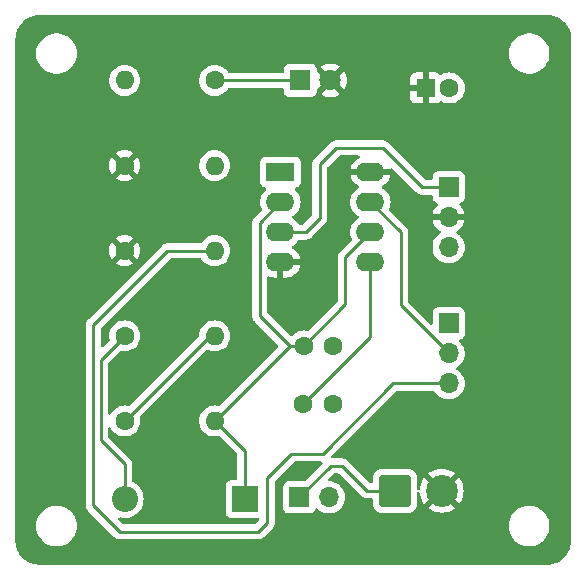
<source format=gtl>
G04 #@! TF.GenerationSoftware,KiCad,Pcbnew,7.0.11-rc3*
G04 #@! TF.CreationDate,2024-12-20T13:56:10-07:00*
G04 #@! TF.ProjectId,UselessBox V2,5573656c-6573-4734-926f-782056322e6b,2*
G04 #@! TF.SameCoordinates,Original*
G04 #@! TF.FileFunction,Copper,L1,Top*
G04 #@! TF.FilePolarity,Positive*
%FSLAX46Y46*%
G04 Gerber Fmt 4.6, Leading zero omitted, Abs format (unit mm)*
G04 Created by KiCad (PCBNEW 7.0.11-rc3) date 2024-12-20 13:56:10*
%MOMM*%
%LPD*%
G01*
G04 APERTURE LIST*
G04 Aperture macros list*
%AMRoundRect*
0 Rectangle with rounded corners*
0 $1 Rounding radius*
0 $2 $3 $4 $5 $6 $7 $8 $9 X,Y pos of 4 corners*
0 Add a 4 corners polygon primitive as box body*
4,1,4,$2,$3,$4,$5,$6,$7,$8,$9,$2,$3,0*
0 Add four circle primitives for the rounded corners*
1,1,$1+$1,$2,$3*
1,1,$1+$1,$4,$5*
1,1,$1+$1,$6,$7*
1,1,$1+$1,$8,$9*
0 Add four rect primitives between the rounded corners*
20,1,$1+$1,$2,$3,$4,$5,0*
20,1,$1+$1,$4,$5,$6,$7,0*
20,1,$1+$1,$6,$7,$8,$9,0*
20,1,$1+$1,$8,$9,$2,$3,0*%
G04 Aperture macros list end*
G04 #@! TA.AperFunction,ComponentPad*
%ADD10C,2.700000*%
G04 #@! TD*
G04 #@! TA.AperFunction,ComponentPad*
%ADD11RoundRect,0.250001X-1.099999X-1.099999X1.099999X-1.099999X1.099999X1.099999X-1.099999X1.099999X0*%
G04 #@! TD*
G04 #@! TA.AperFunction,ComponentPad*
%ADD12O,2.400000X1.600000*%
G04 #@! TD*
G04 #@! TA.AperFunction,ComponentPad*
%ADD13R,2.400000X1.600000*%
G04 #@! TD*
G04 #@! TA.AperFunction,ComponentPad*
%ADD14R,1.700000X1.700000*%
G04 #@! TD*
G04 #@! TA.AperFunction,ComponentPad*
%ADD15O,1.700000X1.700000*%
G04 #@! TD*
G04 #@! TA.AperFunction,ComponentPad*
%ADD16O,1.600000X1.600000*%
G04 #@! TD*
G04 #@! TA.AperFunction,ComponentPad*
%ADD17C,1.600000*%
G04 #@! TD*
G04 #@! TA.AperFunction,ComponentPad*
%ADD18O,2.200000X2.200000*%
G04 #@! TD*
G04 #@! TA.AperFunction,ComponentPad*
%ADD19R,2.200000X2.200000*%
G04 #@! TD*
G04 #@! TA.AperFunction,ComponentPad*
%ADD20C,1.800000*%
G04 #@! TD*
G04 #@! TA.AperFunction,ComponentPad*
%ADD21R,1.800000X1.800000*%
G04 #@! TD*
G04 #@! TA.AperFunction,ComponentPad*
%ADD22R,1.600000X1.600000*%
G04 #@! TD*
G04 #@! TA.AperFunction,Conductor*
%ADD23C,0.250000*%
G04 #@! TD*
G04 APERTURE END LIST*
D10*
X160446000Y-118173500D03*
D11*
X156486000Y-118173500D03*
D12*
X154417000Y-91196000D03*
X154417000Y-93736000D03*
X154417000Y-96276000D03*
X154417000Y-98816000D03*
X146797000Y-98816000D03*
X146797000Y-96276000D03*
X146797000Y-93736000D03*
D13*
X146797000Y-91196000D03*
D14*
X161036000Y-104013000D03*
D15*
X161036000Y-106553000D03*
X161036000Y-109093000D03*
D16*
X141224000Y-112268000D03*
D17*
X133604000Y-112268000D03*
D16*
X141224000Y-105060750D03*
D17*
X133604000Y-105060750D03*
D16*
X141224000Y-97853500D03*
D17*
X133604000Y-97853500D03*
D16*
X141224000Y-90646250D03*
D17*
X133604000Y-90646250D03*
X141224000Y-83439000D03*
D16*
X133604000Y-83439000D03*
D14*
X161036000Y-92471000D03*
D15*
X161036000Y-95011000D03*
X161036000Y-97551000D03*
D14*
X148382000Y-118745000D03*
D15*
X150922000Y-118745000D03*
D18*
X133604000Y-118872000D03*
D19*
X143764000Y-118872000D03*
D20*
X151025112Y-83439000D03*
D21*
X148485112Y-83439000D03*
D17*
X151237000Y-110871000D03*
X148737000Y-110871000D03*
X151257000Y-105918000D03*
X148757000Y-105918000D03*
X161086000Y-84074000D03*
D22*
X159086000Y-84074000D03*
D23*
X154114500Y-118173500D02*
X152019000Y-116078000D01*
X156486000Y-118173500D02*
X154114500Y-118173500D01*
X151049000Y-116078000D02*
X152019000Y-116078000D01*
X148382000Y-118745000D02*
X151049000Y-116078000D01*
X145034000Y-103378000D02*
X147574000Y-105918000D01*
X145034000Y-95499000D02*
X145034000Y-103378000D01*
X146797000Y-93736000D02*
X145034000Y-95499000D01*
X152273000Y-102402000D02*
X152273000Y-98420000D01*
X152273000Y-98420000D02*
X154417000Y-96276000D01*
X148757000Y-105918000D02*
X152273000Y-102402000D01*
X154417000Y-105191000D02*
X154417000Y-98816000D01*
X148737000Y-110871000D02*
X154417000Y-105191000D01*
X156972000Y-96291000D02*
X154417000Y-93736000D01*
X156972000Y-102489000D02*
X156972000Y-96291000D01*
X161036000Y-106553000D02*
X156972000Y-102489000D01*
X130937000Y-104140000D02*
X137223500Y-97853500D01*
X130937000Y-119380000D02*
X130937000Y-104140000D01*
X133223000Y-121666000D02*
X130937000Y-119380000D01*
X144907000Y-121666000D02*
X133223000Y-121666000D01*
X145669000Y-120904000D02*
X144907000Y-121666000D01*
X145669000Y-117094000D02*
X145669000Y-120904000D01*
X137223500Y-97853500D02*
X141224000Y-97853500D01*
X147701000Y-115062000D02*
X145669000Y-117094000D01*
X150368000Y-115062000D02*
X147701000Y-115062000D01*
X156337000Y-109093000D02*
X150368000Y-115062000D01*
X161036000Y-109093000D02*
X156337000Y-109093000D01*
X147574000Y-105918000D02*
X148757000Y-105918000D01*
X141224000Y-112268000D02*
X147574000Y-105918000D01*
X133604000Y-112268000D02*
X140811250Y-105060750D01*
X140811250Y-105060750D02*
X141224000Y-105060750D01*
X131572000Y-107092750D02*
X133604000Y-105060750D01*
X131572000Y-113919000D02*
X131572000Y-107092750D01*
X133604000Y-115951000D02*
X131572000Y-113919000D01*
X133604000Y-118872000D02*
X133604000Y-115951000D01*
X143764000Y-114808000D02*
X141224000Y-112268000D01*
X143764000Y-118872000D02*
X143764000Y-114808000D01*
X150114000Y-95123000D02*
X148961000Y-96276000D01*
X151511000Y-89154000D02*
X150114000Y-90551000D01*
X150114000Y-90551000D02*
X150114000Y-95123000D01*
X148961000Y-96276000D02*
X146797000Y-96276000D01*
X158765000Y-92471000D02*
X155448000Y-89154000D01*
X155448000Y-89154000D02*
X151511000Y-89154000D01*
X161036000Y-92471000D02*
X158765000Y-92471000D01*
X141224000Y-83439000D02*
X148485112Y-83439000D01*
G04 #@! TA.AperFunction,Conductor*
G36*
X153442318Y-89807502D02*
G01*
X153488811Y-89861158D01*
X153498915Y-89931432D01*
X153469421Y-89996012D01*
X153427447Y-90027695D01*
X153360501Y-90058912D01*
X153173025Y-90190184D01*
X153173019Y-90190189D01*
X153011189Y-90352019D01*
X153011184Y-90352025D01*
X152879912Y-90539501D01*
X152783188Y-90746926D01*
X152783186Y-90746931D01*
X152730917Y-90942000D01*
X154105314Y-90942000D01*
X154089359Y-90957955D01*
X154031835Y-91070852D01*
X154012014Y-91196000D01*
X154031835Y-91321148D01*
X154089359Y-91434045D01*
X154105314Y-91450000D01*
X152730918Y-91450000D01*
X152783186Y-91645068D01*
X152783188Y-91645073D01*
X152879912Y-91852498D01*
X153011184Y-92039974D01*
X153011189Y-92039980D01*
X153173019Y-92201810D01*
X153173025Y-92201815D01*
X153360503Y-92333089D01*
X153400049Y-92351530D01*
X153453334Y-92398447D01*
X153472794Y-92466724D01*
X153452252Y-92534684D01*
X153400049Y-92579918D01*
X153360252Y-92598475D01*
X153172703Y-92729799D01*
X153172697Y-92729804D01*
X153010804Y-92891697D01*
X153010799Y-92891703D01*
X152879477Y-93079250D01*
X152782717Y-93286753D01*
X152782715Y-93286759D01*
X152760508Y-93369638D01*
X152723457Y-93507913D01*
X152703502Y-93736000D01*
X152723457Y-93964087D01*
X152757670Y-94091771D01*
X152782715Y-94185240D01*
X152782717Y-94185246D01*
X152879477Y-94392749D01*
X153002574Y-94568550D01*
X153010802Y-94580300D01*
X153172700Y-94742198D01*
X153360251Y-94873523D01*
X153395359Y-94889894D01*
X153399457Y-94891805D01*
X153452742Y-94938722D01*
X153472203Y-95006999D01*
X153451661Y-95074959D01*
X153399457Y-95120195D01*
X153360250Y-95138477D01*
X153172703Y-95269799D01*
X153172697Y-95269804D01*
X153010804Y-95431697D01*
X153010799Y-95431703D01*
X152879477Y-95619250D01*
X152782717Y-95826753D01*
X152782715Y-95826759D01*
X152763187Y-95899638D01*
X152723457Y-96047913D01*
X152703502Y-96276000D01*
X152723457Y-96504087D01*
X152754306Y-96619215D01*
X152782715Y-96725240D01*
X152782719Y-96725250D01*
X152837379Y-96842471D01*
X152848040Y-96912662D01*
X152819060Y-96977475D01*
X152812279Y-96984815D01*
X152343594Y-97453500D01*
X151884335Y-97912759D01*
X151871900Y-97922722D01*
X151872088Y-97922949D01*
X151865983Y-97927999D01*
X151819356Y-97977652D01*
X151816603Y-97980491D01*
X151796859Y-98000234D01*
X151796858Y-98000236D01*
X151794375Y-98003437D01*
X151786686Y-98012438D01*
X151756418Y-98044673D01*
X151756411Y-98044683D01*
X151746651Y-98062435D01*
X151735803Y-98078950D01*
X151723386Y-98094958D01*
X151705824Y-98135540D01*
X151700604Y-98146195D01*
X151679305Y-98184939D01*
X151679303Y-98184944D01*
X151674267Y-98204559D01*
X151667864Y-98223262D01*
X151659819Y-98241852D01*
X151652901Y-98285525D01*
X151650495Y-98297142D01*
X151639500Y-98339968D01*
X151639500Y-98360223D01*
X151637949Y-98379933D01*
X151634780Y-98399942D01*
X151638941Y-98443961D01*
X151639500Y-98455819D01*
X151639500Y-102087404D01*
X151619498Y-102155525D01*
X151602595Y-102176499D01*
X149170246Y-104608847D01*
X149107934Y-104642873D01*
X149048540Y-104641459D01*
X148985090Y-104624457D01*
X148757000Y-104604502D01*
X148528913Y-104624457D01*
X148307759Y-104683715D01*
X148307753Y-104683717D01*
X148100250Y-104780477D01*
X147912703Y-104911799D01*
X147777298Y-105047204D01*
X147714986Y-105081229D01*
X147644170Y-105076164D01*
X147599108Y-105047203D01*
X145704405Y-103152500D01*
X145670379Y-103090188D01*
X145667500Y-103063405D01*
X145667500Y-100116827D01*
X145687502Y-100048706D01*
X145741158Y-100002213D01*
X145811432Y-99992109D01*
X145846750Y-100002632D01*
X145947926Y-100049811D01*
X145947931Y-100049813D01*
X146168999Y-100109048D01*
X146168995Y-100109048D01*
X146339901Y-100124000D01*
X146543000Y-100124000D01*
X146543000Y-99127686D01*
X146558955Y-99143641D01*
X146671852Y-99201165D01*
X146765519Y-99216000D01*
X146828481Y-99216000D01*
X146922148Y-99201165D01*
X147035045Y-99143641D01*
X147051000Y-99127686D01*
X147051000Y-100124000D01*
X147254099Y-100124000D01*
X147425002Y-100109048D01*
X147646068Y-100049813D01*
X147646073Y-100049811D01*
X147853498Y-99953087D01*
X148040974Y-99821815D01*
X148040980Y-99821810D01*
X148202810Y-99659980D01*
X148202815Y-99659974D01*
X148334087Y-99472498D01*
X148430811Y-99265073D01*
X148430813Y-99265068D01*
X148483082Y-99070000D01*
X147108686Y-99070000D01*
X147124641Y-99054045D01*
X147182165Y-98941148D01*
X147201986Y-98816000D01*
X147182165Y-98690852D01*
X147124641Y-98577955D01*
X147108686Y-98562000D01*
X148483082Y-98562000D01*
X148430813Y-98366931D01*
X148430811Y-98366926D01*
X148334087Y-98159501D01*
X148202815Y-97972025D01*
X148202810Y-97972019D01*
X148040980Y-97810189D01*
X148040974Y-97810184D01*
X147853497Y-97678911D01*
X147813949Y-97660469D01*
X147760665Y-97613551D01*
X147741205Y-97545273D01*
X147761748Y-97477314D01*
X147813950Y-97432081D01*
X147853749Y-97413523D01*
X148041300Y-97282198D01*
X148203198Y-97120300D01*
X148298065Y-96984816D01*
X148313181Y-96963229D01*
X148368638Y-96918901D01*
X148416394Y-96909500D01*
X148877147Y-96909500D01*
X148892988Y-96911249D01*
X148893016Y-96910956D01*
X148900902Y-96911700D01*
X148900909Y-96911702D01*
X148968986Y-96909562D01*
X148972945Y-96909500D01*
X149000851Y-96909500D01*
X149000856Y-96909500D01*
X149004867Y-96908992D01*
X149016699Y-96908061D01*
X149060889Y-96906673D01*
X149080347Y-96901019D01*
X149099694Y-96897013D01*
X149119797Y-96894474D01*
X149160910Y-96878195D01*
X149172130Y-96874353D01*
X149196913Y-96867154D01*
X149214591Y-96862019D01*
X149214595Y-96862017D01*
X149232026Y-96851708D01*
X149249780Y-96843009D01*
X149268617Y-96835552D01*
X149304392Y-96809558D01*
X149314298Y-96803051D01*
X149352362Y-96780542D01*
X149366685Y-96766218D01*
X149381724Y-96753374D01*
X149398107Y-96741472D01*
X149426303Y-96707386D01*
X149434272Y-96698630D01*
X150502657Y-95630245D01*
X150515092Y-95620284D01*
X150514905Y-95620057D01*
X150521016Y-95615001D01*
X150521015Y-95615001D01*
X150521018Y-95615000D01*
X150567676Y-95565312D01*
X150570367Y-95562535D01*
X150590134Y-95542770D01*
X150592617Y-95539567D01*
X150600308Y-95530562D01*
X150630586Y-95498321D01*
X150640345Y-95480567D01*
X150651197Y-95464046D01*
X150663613Y-95448041D01*
X150681168Y-95407470D01*
X150686392Y-95396808D01*
X150697754Y-95376142D01*
X150707695Y-95358060D01*
X150712733Y-95338435D01*
X150719138Y-95319730D01*
X150727181Y-95301145D01*
X150734096Y-95257481D01*
X150736504Y-95245852D01*
X150747500Y-95203030D01*
X150747500Y-95182775D01*
X150749051Y-95163063D01*
X150749861Y-95157950D01*
X150752220Y-95143057D01*
X150748059Y-95099036D01*
X150747500Y-95087179D01*
X150747500Y-90865594D01*
X150767502Y-90797473D01*
X150784405Y-90776499D01*
X151736499Y-89824405D01*
X151798811Y-89790379D01*
X151825594Y-89787500D01*
X153374197Y-89787500D01*
X153442318Y-89807502D01*
G37*
G04 #@! TD.AperFunction*
G04 #@! TA.AperFunction,Conductor*
G36*
X169422118Y-77876770D02*
G01*
X169442721Y-77878120D01*
X169663915Y-77892618D01*
X169676340Y-77894056D01*
X169708574Y-77899428D01*
X169712249Y-77900100D01*
X169929232Y-77943261D01*
X169945135Y-77947522D01*
X170178042Y-78026584D01*
X170193249Y-78032883D01*
X170413851Y-78141671D01*
X170428108Y-78149902D01*
X170570867Y-78245291D01*
X170632614Y-78286549D01*
X170645680Y-78296575D01*
X170830597Y-78458741D01*
X170842250Y-78470395D01*
X170960114Y-78604792D01*
X170973423Y-78623039D01*
X171131892Y-78887153D01*
X171190805Y-78985341D01*
X171199749Y-79003372D01*
X171363933Y-79413835D01*
X171370524Y-79436048D01*
X171405723Y-79613001D01*
X171407874Y-79629342D01*
X171424230Y-79878880D01*
X171424500Y-79887121D01*
X171424500Y-122427845D01*
X171424230Y-122436084D01*
X171413004Y-122607388D01*
X171410827Y-122623860D01*
X171331462Y-123020687D01*
X171327222Y-123036478D01*
X171310880Y-123084619D01*
X171304265Y-123100466D01*
X171084502Y-123539993D01*
X171076570Y-123553645D01*
X171063766Y-123572808D01*
X171048095Y-123591903D01*
X170577902Y-124062095D01*
X170558810Y-124077763D01*
X170428131Y-124165082D01*
X170413857Y-124173324D01*
X170238785Y-124259661D01*
X170217671Y-124267807D01*
X169693396Y-124417600D01*
X169667021Y-124422178D01*
X169422680Y-124438192D01*
X169414428Y-124438462D01*
X126398343Y-124434503D01*
X126398328Y-124434500D01*
X126373285Y-124434500D01*
X126369122Y-124434500D01*
X126360881Y-124434230D01*
X126111342Y-124417874D01*
X126095001Y-124415723D01*
X126060670Y-124408894D01*
X126050637Y-124406467D01*
X125584611Y-124273316D01*
X125563498Y-124265170D01*
X125425087Y-124196914D01*
X125369153Y-124169331D01*
X125354887Y-124161094D01*
X125293173Y-124119858D01*
X125212128Y-124065705D01*
X125193035Y-124050035D01*
X124742963Y-123599963D01*
X124727293Y-123580870D01*
X124699980Y-123539993D01*
X124631902Y-123438108D01*
X124623671Y-123423851D01*
X124527824Y-123229492D01*
X124519683Y-123208390D01*
X124418903Y-122855659D01*
X124386529Y-122742353D01*
X124384110Y-122732356D01*
X124377273Y-122697983D01*
X124375126Y-122681668D01*
X124358770Y-122432118D01*
X124358500Y-122423878D01*
X124358500Y-121158000D01*
X126116852Y-121158000D01*
X126136138Y-121415360D01*
X126193566Y-121666966D01*
X126193567Y-121666968D01*
X126287849Y-121907197D01*
X126287851Y-121907201D01*
X126416889Y-122130702D01*
X126416891Y-122130705D01*
X126416892Y-122130706D01*
X126577801Y-122332480D01*
X126766986Y-122508018D01*
X126766992Y-122508022D01*
X126980218Y-122653397D01*
X126980226Y-122653402D01*
X127212732Y-122765371D01*
X127212750Y-122765378D01*
X127459344Y-122841442D01*
X127459346Y-122841442D01*
X127459355Y-122841445D01*
X127714551Y-122879910D01*
X127714555Y-122879910D01*
X127972625Y-122879910D01*
X127972629Y-122879910D01*
X128227825Y-122841445D01*
X128283609Y-122824238D01*
X128474429Y-122765378D01*
X128474431Y-122765376D01*
X128474438Y-122765375D01*
X128474443Y-122765372D01*
X128474447Y-122765371D01*
X128706953Y-122653402D01*
X128706953Y-122653401D01*
X128706959Y-122653399D01*
X128920194Y-122508018D01*
X129109379Y-122332480D01*
X129270288Y-122130706D01*
X129399327Y-121907204D01*
X129493614Y-121666965D01*
X129551042Y-121415357D01*
X129570328Y-121158000D01*
X129551042Y-120900643D01*
X129493614Y-120649035D01*
X129427469Y-120480500D01*
X129399330Y-120408802D01*
X129399328Y-120408798D01*
X129270290Y-120185297D01*
X129263935Y-120177328D01*
X129109379Y-119983520D01*
X128920194Y-119807982D01*
X128887489Y-119785684D01*
X128706961Y-119662602D01*
X128706953Y-119662597D01*
X128474447Y-119550628D01*
X128474429Y-119550621D01*
X128227835Y-119474557D01*
X128227827Y-119474555D01*
X128227825Y-119474555D01*
X127972629Y-119436090D01*
X127714551Y-119436090D01*
X127459355Y-119474555D01*
X127459353Y-119474555D01*
X127459344Y-119474557D01*
X127212750Y-119550621D01*
X127212732Y-119550628D01*
X126980226Y-119662597D01*
X126980218Y-119662602D01*
X126766992Y-119807977D01*
X126766987Y-119807981D01*
X126766986Y-119807982D01*
X126577801Y-119983520D01*
X126548192Y-120020649D01*
X126416889Y-120185297D01*
X126287851Y-120408798D01*
X126287849Y-120408802D01*
X126193567Y-120649031D01*
X126193566Y-120649033D01*
X126136138Y-120900639D01*
X126116852Y-121158000D01*
X124358500Y-121158000D01*
X124358500Y-104119942D01*
X130298780Y-104119942D01*
X130302941Y-104163961D01*
X130303500Y-104175819D01*
X130303500Y-119296146D01*
X130301751Y-119311988D01*
X130302044Y-119312016D01*
X130301298Y-119319907D01*
X130303438Y-119387984D01*
X130303500Y-119391943D01*
X130303500Y-119419851D01*
X130303501Y-119419869D01*
X130304007Y-119423877D01*
X130304937Y-119435696D01*
X130306326Y-119479888D01*
X130306327Y-119479893D01*
X130311977Y-119499339D01*
X130315986Y-119518697D01*
X130318525Y-119538793D01*
X130318526Y-119538800D01*
X130334800Y-119579903D01*
X130338644Y-119591129D01*
X130350982Y-119633593D01*
X130361294Y-119651031D01*
X130369988Y-119668779D01*
X130377444Y-119687609D01*
X130377450Y-119687620D01*
X130403432Y-119723381D01*
X130409949Y-119733301D01*
X130432458Y-119771362D01*
X130432459Y-119771363D01*
X130432461Y-119771366D01*
X130446779Y-119785684D01*
X130459617Y-119800714D01*
X130471526Y-119817104D01*
X130471530Y-119817109D01*
X130505598Y-119845292D01*
X130514378Y-119853282D01*
X132715753Y-122054657D01*
X132725720Y-122067097D01*
X132725947Y-122066910D01*
X132730999Y-122073017D01*
X132731000Y-122073018D01*
X132756965Y-122097401D01*
X132780666Y-122119657D01*
X132783510Y-122122414D01*
X132803226Y-122142131D01*
X132806423Y-122144611D01*
X132815444Y-122152316D01*
X132847679Y-122182586D01*
X132847680Y-122182586D01*
X132847682Y-122182588D01*
X132865429Y-122192344D01*
X132881959Y-122203202D01*
X132897959Y-122215613D01*
X132938536Y-122233172D01*
X132949187Y-122238390D01*
X132987940Y-122259695D01*
X133007562Y-122264733D01*
X133026263Y-122271135D01*
X133038814Y-122276567D01*
X133044852Y-122279180D01*
X133044853Y-122279180D01*
X133044855Y-122279181D01*
X133088530Y-122286098D01*
X133100141Y-122288502D01*
X133142970Y-122299500D01*
X133163224Y-122299500D01*
X133182934Y-122301051D01*
X133185141Y-122301400D01*
X133202943Y-122304220D01*
X133246961Y-122300058D01*
X133258819Y-122299500D01*
X144823147Y-122299500D01*
X144838988Y-122301249D01*
X144839016Y-122300956D01*
X144846902Y-122301700D01*
X144846909Y-122301702D01*
X144914986Y-122299562D01*
X144918945Y-122299500D01*
X144946851Y-122299500D01*
X144946856Y-122299500D01*
X144950867Y-122298992D01*
X144962699Y-122298061D01*
X145006889Y-122296673D01*
X145026347Y-122291019D01*
X145045694Y-122287013D01*
X145065797Y-122284474D01*
X145106910Y-122268195D01*
X145118130Y-122264353D01*
X145142913Y-122257154D01*
X145160591Y-122252019D01*
X145160595Y-122252017D01*
X145178026Y-122241708D01*
X145195780Y-122233009D01*
X145214617Y-122225552D01*
X145250392Y-122199558D01*
X145260298Y-122193051D01*
X145298362Y-122170542D01*
X145312685Y-122156218D01*
X145327724Y-122143374D01*
X145329435Y-122142131D01*
X145344107Y-122131472D01*
X145372303Y-122097386D01*
X145380272Y-122088630D01*
X146057657Y-121411245D01*
X146070097Y-121401282D01*
X146069908Y-121401054D01*
X146076012Y-121396003D01*
X146076018Y-121396000D01*
X146122662Y-121346327D01*
X146125352Y-121343551D01*
X146145135Y-121323770D01*
X146147614Y-121320573D01*
X146155311Y-121311559D01*
X146185586Y-121279321D01*
X146195346Y-121261565D01*
X146206195Y-121245050D01*
X146218614Y-121229041D01*
X146236179Y-121188446D01*
X146241384Y-121177821D01*
X146252282Y-121158000D01*
X166116852Y-121158000D01*
X166136138Y-121415360D01*
X166193566Y-121666966D01*
X166193567Y-121666968D01*
X166287849Y-121907197D01*
X166287851Y-121907201D01*
X166416889Y-122130702D01*
X166416891Y-122130705D01*
X166416892Y-122130706D01*
X166577801Y-122332480D01*
X166766986Y-122508018D01*
X166766992Y-122508022D01*
X166980218Y-122653397D01*
X166980226Y-122653402D01*
X167212732Y-122765371D01*
X167212750Y-122765378D01*
X167459344Y-122841442D01*
X167459346Y-122841442D01*
X167459355Y-122841445D01*
X167714551Y-122879910D01*
X167714555Y-122879910D01*
X167972625Y-122879910D01*
X167972629Y-122879910D01*
X168227825Y-122841445D01*
X168283609Y-122824238D01*
X168474429Y-122765378D01*
X168474431Y-122765376D01*
X168474438Y-122765375D01*
X168474443Y-122765372D01*
X168474447Y-122765371D01*
X168706953Y-122653402D01*
X168706953Y-122653401D01*
X168706959Y-122653399D01*
X168920194Y-122508018D01*
X169109379Y-122332480D01*
X169270288Y-122130706D01*
X169399327Y-121907204D01*
X169493614Y-121666965D01*
X169551042Y-121415357D01*
X169570328Y-121158000D01*
X169551042Y-120900643D01*
X169493614Y-120649035D01*
X169427469Y-120480500D01*
X169399330Y-120408802D01*
X169399328Y-120408798D01*
X169270290Y-120185297D01*
X169263935Y-120177328D01*
X169109379Y-119983520D01*
X168920194Y-119807982D01*
X168887489Y-119785684D01*
X168706961Y-119662602D01*
X168706953Y-119662597D01*
X168474447Y-119550628D01*
X168474429Y-119550621D01*
X168227835Y-119474557D01*
X168227827Y-119474555D01*
X168227825Y-119474555D01*
X167972629Y-119436090D01*
X167714551Y-119436090D01*
X167459355Y-119474555D01*
X167459353Y-119474555D01*
X167459344Y-119474557D01*
X167212750Y-119550621D01*
X167212732Y-119550628D01*
X166980226Y-119662597D01*
X166980218Y-119662602D01*
X166766992Y-119807977D01*
X166766987Y-119807981D01*
X166766986Y-119807982D01*
X166577801Y-119983520D01*
X166548192Y-120020649D01*
X166416889Y-120185297D01*
X166287851Y-120408798D01*
X166287849Y-120408802D01*
X166193567Y-120649031D01*
X166193566Y-120649033D01*
X166136138Y-120900639D01*
X166116852Y-121158000D01*
X146252282Y-121158000D01*
X146262695Y-121139060D01*
X146267733Y-121119434D01*
X146274137Y-121100732D01*
X146282180Y-121082147D01*
X146282179Y-121082147D01*
X146282181Y-121082145D01*
X146289096Y-121038481D01*
X146291504Y-121026852D01*
X146299530Y-120995595D01*
X146302500Y-120984030D01*
X146302500Y-120963775D01*
X146304051Y-120944063D01*
X146307220Y-120924057D01*
X146303059Y-120880036D01*
X146302500Y-120868179D01*
X146302500Y-117408594D01*
X146322502Y-117340473D01*
X146339405Y-117319499D01*
X147926500Y-115732405D01*
X147988812Y-115698379D01*
X148015595Y-115695500D01*
X150231405Y-115695500D01*
X150299526Y-115715502D01*
X150346019Y-115769158D01*
X150356123Y-115839432D01*
X150326629Y-115904012D01*
X150320500Y-115910595D01*
X148881500Y-117349595D01*
X148819188Y-117383621D01*
X148792405Y-117386500D01*
X147483350Y-117386500D01*
X147422803Y-117393009D01*
X147422795Y-117393011D01*
X147285797Y-117444110D01*
X147285792Y-117444112D01*
X147168738Y-117531738D01*
X147081112Y-117648792D01*
X147081110Y-117648797D01*
X147030011Y-117785795D01*
X147030009Y-117785803D01*
X147023500Y-117846350D01*
X147023500Y-119643649D01*
X147030009Y-119704196D01*
X147030011Y-119704204D01*
X147081110Y-119841202D01*
X147081112Y-119841207D01*
X147168738Y-119958261D01*
X147285792Y-120045887D01*
X147285794Y-120045888D01*
X147285796Y-120045889D01*
X147340900Y-120066442D01*
X147422795Y-120096988D01*
X147422803Y-120096990D01*
X147483350Y-120103499D01*
X147483355Y-120103499D01*
X147483362Y-120103500D01*
X147483368Y-120103500D01*
X149280632Y-120103500D01*
X149280638Y-120103500D01*
X149280645Y-120103499D01*
X149280649Y-120103499D01*
X149341196Y-120096990D01*
X149341199Y-120096989D01*
X149341201Y-120096989D01*
X149478204Y-120045889D01*
X149496758Y-120032000D01*
X149595261Y-119958261D01*
X149682886Y-119841208D01*
X149682885Y-119841208D01*
X149682889Y-119841204D01*
X149726999Y-119722939D01*
X149769545Y-119666107D01*
X149836066Y-119641296D01*
X149905440Y-119656388D01*
X149937753Y-119681635D01*
X149998760Y-119747906D01*
X149998762Y-119747908D01*
X150028896Y-119771362D01*
X150176424Y-119886189D01*
X150374426Y-119993342D01*
X150374427Y-119993342D01*
X150374428Y-119993343D01*
X150456118Y-120021387D01*
X150587365Y-120066444D01*
X150809431Y-120103500D01*
X150809435Y-120103500D01*
X151034565Y-120103500D01*
X151034569Y-120103500D01*
X151256635Y-120066444D01*
X151469574Y-119993342D01*
X151667576Y-119886189D01*
X151845240Y-119747906D01*
X151997722Y-119582268D01*
X152120860Y-119393791D01*
X152211296Y-119187616D01*
X152266564Y-118969368D01*
X152285156Y-118745000D01*
X152266564Y-118520632D01*
X152226698Y-118363204D01*
X152211297Y-118302387D01*
X152211296Y-118302386D01*
X152211296Y-118302384D01*
X152120860Y-118096209D01*
X152064915Y-118010578D01*
X151997724Y-117907734D01*
X151997720Y-117907729D01*
X151845237Y-117742091D01*
X151725256Y-117648706D01*
X151667576Y-117603811D01*
X151469574Y-117496658D01*
X151469572Y-117496657D01*
X151469571Y-117496656D01*
X151256639Y-117423557D01*
X151256630Y-117423555D01*
X151212476Y-117416187D01*
X151034569Y-117386500D01*
X150940594Y-117386500D01*
X150872473Y-117366498D01*
X150825980Y-117312842D01*
X150815876Y-117242568D01*
X150845370Y-117177988D01*
X150851499Y-117171404D01*
X150968971Y-117053933D01*
X151274500Y-116748404D01*
X151336812Y-116714379D01*
X151363595Y-116711500D01*
X151704406Y-116711500D01*
X151772527Y-116731502D01*
X151793501Y-116748405D01*
X153607253Y-118562157D01*
X153617220Y-118574597D01*
X153617447Y-118574410D01*
X153622499Y-118580517D01*
X153672166Y-118627157D01*
X153675010Y-118629914D01*
X153694730Y-118649634D01*
X153697916Y-118652105D01*
X153706947Y-118659818D01*
X153739178Y-118690085D01*
X153739182Y-118690088D01*
X153756930Y-118699845D01*
X153773457Y-118710701D01*
X153789460Y-118723114D01*
X153830039Y-118740674D01*
X153840687Y-118745891D01*
X153879434Y-118767192D01*
X153879436Y-118767193D01*
X153879440Y-118767195D01*
X153899062Y-118772233D01*
X153917763Y-118778635D01*
X153930314Y-118784067D01*
X153936352Y-118786680D01*
X153936353Y-118786680D01*
X153936355Y-118786681D01*
X153980030Y-118793598D01*
X153991641Y-118796002D01*
X154034470Y-118807000D01*
X154054724Y-118807000D01*
X154074434Y-118808551D01*
X154076641Y-118808900D01*
X154094443Y-118811720D01*
X154138461Y-118807558D01*
X154150319Y-118807000D01*
X154501500Y-118807000D01*
X154569621Y-118827002D01*
X154616114Y-118880658D01*
X154627500Y-118933000D01*
X154627500Y-119324052D01*
X154627499Y-119324052D01*
X154638112Y-119427921D01*
X154638112Y-119427923D01*
X154638113Y-119427925D01*
X154693885Y-119596238D01*
X154786970Y-119747151D01*
X154786975Y-119747157D01*
X154912342Y-119872524D01*
X154912348Y-119872529D01*
X154912349Y-119872530D01*
X155063262Y-119965615D01*
X155231575Y-120021387D01*
X155259906Y-120024281D01*
X155335448Y-120032000D01*
X155335456Y-120032000D01*
X157636552Y-120032000D01*
X157705798Y-120024924D01*
X157740425Y-120021387D01*
X157908738Y-119965615D01*
X158059651Y-119872530D01*
X158185030Y-119747151D01*
X158278115Y-119596238D01*
X158333887Y-119427925D01*
X158339745Y-119370589D01*
X158344500Y-119324052D01*
X158344500Y-118363204D01*
X158364502Y-118295083D01*
X158418158Y-118248590D01*
X158488432Y-118238486D01*
X158553012Y-118267980D01*
X158591396Y-118327706D01*
X158596179Y-118354215D01*
X158602213Y-118438592D01*
X158658707Y-118698293D01*
X158751587Y-118947314D01*
X158878958Y-119180576D01*
X158964903Y-119295385D01*
X158964903Y-119295386D01*
X159692806Y-118567482D01*
X159738316Y-118653322D01*
X159858009Y-118794235D01*
X160005195Y-118906123D01*
X160051269Y-118927439D01*
X159324112Y-119654595D01*
X159324113Y-119654596D01*
X159438919Y-119740539D01*
X159672185Y-119867912D01*
X159921206Y-119960792D01*
X160180907Y-120017286D01*
X160446000Y-120036245D01*
X160711092Y-120017286D01*
X160970793Y-119960792D01*
X161219814Y-119867912D01*
X161453076Y-119740542D01*
X161567885Y-119654595D01*
X161567886Y-119654595D01*
X160841077Y-118927786D01*
X160963431Y-118854169D01*
X161097658Y-118727023D01*
X161201413Y-118573995D01*
X161202635Y-118570926D01*
X161927095Y-119295386D01*
X161927095Y-119295385D01*
X162013042Y-119180576D01*
X162140412Y-118947314D01*
X162233292Y-118698293D01*
X162289786Y-118438592D01*
X162308745Y-118173500D01*
X162289786Y-117908407D01*
X162233292Y-117648706D01*
X162140412Y-117399685D01*
X162013039Y-117166419D01*
X161927096Y-117051613D01*
X161927095Y-117051612D01*
X161199192Y-117779515D01*
X161153684Y-117693678D01*
X161033991Y-117552765D01*
X160886805Y-117440877D01*
X160840729Y-117419560D01*
X161567886Y-116692403D01*
X161453076Y-116606458D01*
X161219814Y-116479087D01*
X160970793Y-116386207D01*
X160711092Y-116329713D01*
X160446000Y-116310754D01*
X160180907Y-116329713D01*
X159921206Y-116386207D01*
X159672185Y-116479087D01*
X159438924Y-116606457D01*
X159324113Y-116692402D01*
X159324112Y-116692403D01*
X160050922Y-117419213D01*
X159928569Y-117492831D01*
X159794342Y-117619977D01*
X159690587Y-117773005D01*
X159689364Y-117776073D01*
X158964903Y-117051612D01*
X158964902Y-117051613D01*
X158878957Y-117166424D01*
X158751587Y-117399685D01*
X158658707Y-117648706D01*
X158602213Y-117908407D01*
X158596179Y-117992784D01*
X158571368Y-118059304D01*
X158514532Y-118101851D01*
X158443717Y-118106915D01*
X158381405Y-118072890D01*
X158347379Y-118010578D01*
X158344500Y-117983795D01*
X158344500Y-117022947D01*
X158333887Y-116919078D01*
X158333887Y-116919075D01*
X158278115Y-116750762D01*
X158185030Y-116599849D01*
X158185029Y-116599848D01*
X158185024Y-116599842D01*
X158059657Y-116474475D01*
X158059651Y-116474470D01*
X157908738Y-116381385D01*
X157740425Y-116325613D01*
X157740423Y-116325612D01*
X157740421Y-116325612D01*
X157636552Y-116315000D01*
X157636544Y-116315000D01*
X155335456Y-116315000D01*
X155335448Y-116315000D01*
X155231578Y-116325612D01*
X155063262Y-116381385D01*
X155063260Y-116381386D01*
X154912348Y-116474470D01*
X154912342Y-116474475D01*
X154786975Y-116599842D01*
X154786970Y-116599848D01*
X154693886Y-116750760D01*
X154693885Y-116750762D01*
X154638112Y-116919078D01*
X154627500Y-117022947D01*
X154627500Y-117414000D01*
X154607498Y-117482121D01*
X154553842Y-117528614D01*
X154501500Y-117540000D01*
X154429094Y-117540000D01*
X154360973Y-117519998D01*
X154339999Y-117503095D01*
X153443362Y-116606458D01*
X152526244Y-115689339D01*
X152516279Y-115676901D01*
X152516052Y-115677090D01*
X152511001Y-115670984D01*
X152511000Y-115670982D01*
X152461347Y-115624355D01*
X152458504Y-115621599D01*
X152438777Y-115601871D01*
X152438771Y-115601866D01*
X152435567Y-115599380D01*
X152426556Y-115591683D01*
X152394325Y-115561417D01*
X152394319Y-115561413D01*
X152376563Y-115551651D01*
X152360047Y-115540802D01*
X152344041Y-115528386D01*
X152303464Y-115510827D01*
X152292807Y-115505605D01*
X152254063Y-115484306D01*
X152254060Y-115484305D01*
X152234436Y-115479266D01*
X152215736Y-115472864D01*
X152197145Y-115464819D01*
X152197143Y-115464818D01*
X152197141Y-115464818D01*
X152153474Y-115457901D01*
X152141855Y-115455495D01*
X152099030Y-115444500D01*
X152078776Y-115444500D01*
X152059066Y-115442949D01*
X152039057Y-115439780D01*
X151995039Y-115443941D01*
X151983181Y-115444500D01*
X151185593Y-115444500D01*
X151117472Y-115424498D01*
X151070979Y-115370842D01*
X151060875Y-115300568D01*
X151090369Y-115235988D01*
X151096498Y-115229405D01*
X155195428Y-111130477D01*
X156562500Y-109763405D01*
X156624812Y-109729379D01*
X156651595Y-109726500D01*
X159758962Y-109726500D01*
X159827083Y-109746502D01*
X159864445Y-109783585D01*
X159960275Y-109930265D01*
X159960279Y-109930270D01*
X160112762Y-110095908D01*
X160167331Y-110138381D01*
X160290424Y-110234189D01*
X160488426Y-110341342D01*
X160488427Y-110341342D01*
X160488428Y-110341343D01*
X160600227Y-110379723D01*
X160701365Y-110414444D01*
X160923431Y-110451500D01*
X160923435Y-110451500D01*
X161148565Y-110451500D01*
X161148569Y-110451500D01*
X161370635Y-110414444D01*
X161583574Y-110341342D01*
X161781576Y-110234189D01*
X161959240Y-110095906D01*
X162111722Y-109930268D01*
X162234860Y-109741791D01*
X162325296Y-109535616D01*
X162380564Y-109317368D01*
X162399156Y-109093000D01*
X162380564Y-108868632D01*
X162325296Y-108650384D01*
X162234860Y-108444209D01*
X162207555Y-108402415D01*
X162111724Y-108255734D01*
X162111720Y-108255729D01*
X161959237Y-108090091D01*
X161877382Y-108026381D01*
X161781576Y-107951811D01*
X161748319Y-107933813D01*
X161697929Y-107883802D01*
X161682576Y-107814485D01*
X161707136Y-107747872D01*
X161748320Y-107712186D01*
X161781576Y-107694189D01*
X161959240Y-107555906D01*
X162111722Y-107390268D01*
X162234860Y-107201791D01*
X162325296Y-106995616D01*
X162380564Y-106777368D01*
X162399156Y-106553000D01*
X162380564Y-106328632D01*
X162356208Y-106232453D01*
X162325297Y-106110387D01*
X162325296Y-106110386D01*
X162325296Y-106110384D01*
X162234860Y-105904209D01*
X162185661Y-105828904D01*
X162111724Y-105715734D01*
X162111719Y-105715729D01*
X162095626Y-105698248D01*
X161968524Y-105560179D01*
X161937103Y-105496514D01*
X161945090Y-105425968D01*
X161989948Y-105370939D01*
X162017183Y-105356789D01*
X162132204Y-105313889D01*
X162132254Y-105313852D01*
X162249261Y-105226261D01*
X162336887Y-105109207D01*
X162336887Y-105109206D01*
X162336889Y-105109204D01*
X162387989Y-104972201D01*
X162388710Y-104965501D01*
X162394499Y-104911649D01*
X162394500Y-104911632D01*
X162394500Y-103114367D01*
X162394499Y-103114350D01*
X162387990Y-103053803D01*
X162387988Y-103053795D01*
X162358924Y-102975875D01*
X162336889Y-102916796D01*
X162336888Y-102916794D01*
X162336887Y-102916792D01*
X162249261Y-102799738D01*
X162132207Y-102712112D01*
X162132202Y-102712110D01*
X161995204Y-102661011D01*
X161995196Y-102661009D01*
X161934649Y-102654500D01*
X161934638Y-102654500D01*
X160137362Y-102654500D01*
X160137350Y-102654500D01*
X160076803Y-102661009D01*
X160076795Y-102661011D01*
X159939797Y-102712110D01*
X159939792Y-102712112D01*
X159822738Y-102799738D01*
X159735112Y-102916792D01*
X159735110Y-102916797D01*
X159684011Y-103053795D01*
X159684009Y-103053803D01*
X159677500Y-103114350D01*
X159677500Y-103994405D01*
X159657498Y-104062526D01*
X159603842Y-104109019D01*
X159533568Y-104119123D01*
X159468988Y-104089629D01*
X159462405Y-104083500D01*
X157642405Y-102263500D01*
X157608379Y-102201188D01*
X157605500Y-102174405D01*
X157605500Y-96374854D01*
X157607249Y-96359012D01*
X157606956Y-96358985D01*
X157607700Y-96351099D01*
X157607702Y-96351092D01*
X157605562Y-96283000D01*
X157605500Y-96279042D01*
X157605500Y-96251150D01*
X157605500Y-96251144D01*
X157604993Y-96247135D01*
X157604062Y-96235306D01*
X157602674Y-96191111D01*
X157597020Y-96171652D01*
X157593012Y-96152297D01*
X157590474Y-96132203D01*
X157574195Y-96091087D01*
X157570356Y-96079872D01*
X157558019Y-96037407D01*
X157547703Y-96019964D01*
X157539005Y-96002209D01*
X157531552Y-95983383D01*
X157505563Y-95947612D01*
X157499052Y-95937700D01*
X157476542Y-95899638D01*
X157462214Y-95885310D01*
X157449384Y-95870289D01*
X157437472Y-95853893D01*
X157437469Y-95853891D01*
X157437469Y-95853890D01*
X157403394Y-95825700D01*
X157394616Y-95817712D01*
X156021719Y-94444815D01*
X155987693Y-94382503D01*
X155992758Y-94311688D01*
X155996615Y-94302479D01*
X156051284Y-94185243D01*
X156110543Y-93964087D01*
X156130498Y-93736000D01*
X156110543Y-93507913D01*
X156051284Y-93286757D01*
X155954523Y-93079251D01*
X155823198Y-92891700D01*
X155661300Y-92729802D01*
X155661291Y-92729796D01*
X155473749Y-92598477D01*
X155433951Y-92579919D01*
X155380666Y-92533002D01*
X155361205Y-92464725D01*
X155381747Y-92396765D01*
X155433951Y-92351529D01*
X155473498Y-92333087D01*
X155660974Y-92201815D01*
X155660980Y-92201810D01*
X155822810Y-92039980D01*
X155822815Y-92039974D01*
X155954087Y-91852498D01*
X156050811Y-91645073D01*
X156050813Y-91645068D01*
X156103082Y-91450000D01*
X154728686Y-91450000D01*
X154744641Y-91434045D01*
X154802165Y-91321148D01*
X154821986Y-91196000D01*
X154802165Y-91070852D01*
X154744641Y-90957955D01*
X154728686Y-90942000D01*
X156103082Y-90942000D01*
X156118524Y-90921876D01*
X156175862Y-90880009D01*
X156246733Y-90875787D01*
X156307581Y-90909485D01*
X158257753Y-92859657D01*
X158267720Y-92872097D01*
X158267947Y-92871910D01*
X158272999Y-92878017D01*
X158322666Y-92924657D01*
X158325510Y-92927414D01*
X158345226Y-92947131D01*
X158348423Y-92949611D01*
X158357444Y-92957316D01*
X158389679Y-92987586D01*
X158389680Y-92987586D01*
X158389682Y-92987588D01*
X158407429Y-92997344D01*
X158423959Y-93008202D01*
X158439959Y-93020613D01*
X158480536Y-93038172D01*
X158491187Y-93043390D01*
X158529940Y-93064695D01*
X158549562Y-93069733D01*
X158568263Y-93076135D01*
X158586855Y-93084181D01*
X158630522Y-93091096D01*
X158642125Y-93093498D01*
X158684970Y-93104500D01*
X158705231Y-93104500D01*
X158724939Y-93106050D01*
X158744943Y-93109219D01*
X158788954Y-93105058D01*
X158800811Y-93104500D01*
X159551500Y-93104500D01*
X159619621Y-93124502D01*
X159666114Y-93178158D01*
X159677500Y-93230500D01*
X159677500Y-93369649D01*
X159684009Y-93430196D01*
X159684011Y-93430204D01*
X159735110Y-93567202D01*
X159735112Y-93567207D01*
X159822738Y-93684261D01*
X159939792Y-93771887D01*
X159939796Y-93771889D01*
X160055312Y-93814975D01*
X160112148Y-93857522D01*
X160136958Y-93924042D01*
X160121866Y-93993416D01*
X160103981Y-94018367D01*
X159960674Y-94174041D01*
X159837580Y-94362451D01*
X159747179Y-94568543D01*
X159747176Y-94568550D01*
X159699455Y-94756999D01*
X159699456Y-94757000D01*
X160604884Y-94757000D01*
X160576507Y-94801156D01*
X160536000Y-94939111D01*
X160536000Y-95082889D01*
X160576507Y-95220844D01*
X160604884Y-95265000D01*
X159699455Y-95265000D01*
X159747176Y-95453449D01*
X159747179Y-95453456D01*
X159837580Y-95659548D01*
X159960674Y-95847958D01*
X160113097Y-96013534D01*
X160290698Y-96151767D01*
X160290704Y-96151771D01*
X160324207Y-96169902D01*
X160374597Y-96219915D01*
X160389949Y-96289232D01*
X160365388Y-96355845D01*
X160324207Y-96391528D01*
X160290430Y-96409807D01*
X160290424Y-96409811D01*
X160112762Y-96548091D01*
X159960279Y-96713729D01*
X159960275Y-96713734D01*
X159837141Y-96902206D01*
X159746703Y-97108386D01*
X159746702Y-97108387D01*
X159691437Y-97326624D01*
X159691436Y-97326630D01*
X159691436Y-97326632D01*
X159672844Y-97551000D01*
X159681892Y-97660195D01*
X159691437Y-97775375D01*
X159746702Y-97993612D01*
X159746703Y-97993613D01*
X159746704Y-97993616D01*
X159830625Y-98184939D01*
X159837141Y-98199793D01*
X159960275Y-98388265D01*
X159960279Y-98388270D01*
X160112762Y-98553908D01*
X160143658Y-98577955D01*
X160290424Y-98692189D01*
X160488426Y-98799342D01*
X160488427Y-98799342D01*
X160488428Y-98799343D01*
X160536949Y-98816000D01*
X160701365Y-98872444D01*
X160923431Y-98909500D01*
X160923435Y-98909500D01*
X161148565Y-98909500D01*
X161148569Y-98909500D01*
X161370635Y-98872444D01*
X161583574Y-98799342D01*
X161781576Y-98692189D01*
X161959240Y-98553906D01*
X162111722Y-98388268D01*
X162234860Y-98199791D01*
X162325296Y-97993616D01*
X162380564Y-97775368D01*
X162399156Y-97551000D01*
X162380564Y-97326632D01*
X162365584Y-97267478D01*
X162325297Y-97108387D01*
X162325296Y-97108386D01*
X162325296Y-97108384D01*
X162234860Y-96902209D01*
X162198986Y-96847299D01*
X162111724Y-96713734D01*
X162111720Y-96713729D01*
X161986579Y-96577792D01*
X161959240Y-96548094D01*
X161959239Y-96548093D01*
X161959237Y-96548091D01*
X161877382Y-96484381D01*
X161781576Y-96409811D01*
X161747792Y-96391528D01*
X161697402Y-96341516D01*
X161682050Y-96272199D01*
X161706610Y-96205586D01*
X161747793Y-96169901D01*
X161781300Y-96151767D01*
X161781301Y-96151767D01*
X161958902Y-96013534D01*
X162111325Y-95847958D01*
X162234419Y-95659548D01*
X162324820Y-95453456D01*
X162324823Y-95453449D01*
X162372544Y-95265000D01*
X161467116Y-95265000D01*
X161495493Y-95220844D01*
X161536000Y-95082889D01*
X161536000Y-94939111D01*
X161495493Y-94801156D01*
X161467116Y-94757000D01*
X162372544Y-94757000D01*
X162372544Y-94756999D01*
X162324823Y-94568550D01*
X162324820Y-94568543D01*
X162234419Y-94362451D01*
X162111325Y-94174041D01*
X161968018Y-94018367D01*
X161936598Y-93954702D01*
X161944585Y-93884156D01*
X161989444Y-93829127D01*
X162016679Y-93814977D01*
X162132204Y-93771889D01*
X162249261Y-93684261D01*
X162336889Y-93567204D01*
X162387989Y-93430201D01*
X162394500Y-93369638D01*
X162394500Y-91572362D01*
X162394499Y-91572350D01*
X162387990Y-91511803D01*
X162387988Y-91511795D01*
X162336889Y-91374797D01*
X162336887Y-91374792D01*
X162249261Y-91257738D01*
X162132207Y-91170112D01*
X162132202Y-91170110D01*
X161995204Y-91119011D01*
X161995196Y-91119009D01*
X161934649Y-91112500D01*
X161934638Y-91112500D01*
X160137362Y-91112500D01*
X160137350Y-91112500D01*
X160076803Y-91119009D01*
X160076795Y-91119011D01*
X159939797Y-91170110D01*
X159939792Y-91170112D01*
X159822738Y-91257738D01*
X159735112Y-91374792D01*
X159735110Y-91374797D01*
X159684011Y-91511795D01*
X159684009Y-91511803D01*
X159677500Y-91572350D01*
X159677500Y-91711500D01*
X159657498Y-91779621D01*
X159603842Y-91826114D01*
X159551500Y-91837500D01*
X159079595Y-91837500D01*
X159011474Y-91817498D01*
X158990500Y-91800595D01*
X155955244Y-88765339D01*
X155945279Y-88752901D01*
X155945052Y-88753090D01*
X155940001Y-88746984D01*
X155940000Y-88746982D01*
X155890348Y-88700356D01*
X155887505Y-88697600D01*
X155867777Y-88677871D01*
X155867771Y-88677866D01*
X155864567Y-88675380D01*
X155855556Y-88667683D01*
X155823325Y-88637417D01*
X155823319Y-88637413D01*
X155805563Y-88627651D01*
X155789047Y-88616802D01*
X155773041Y-88604386D01*
X155740691Y-88590387D01*
X155732464Y-88586827D01*
X155721807Y-88581605D01*
X155683063Y-88560306D01*
X155683060Y-88560305D01*
X155663436Y-88555266D01*
X155644736Y-88548864D01*
X155626145Y-88540819D01*
X155626143Y-88540818D01*
X155626141Y-88540818D01*
X155582474Y-88533901D01*
X155570855Y-88531495D01*
X155528030Y-88520500D01*
X155507776Y-88520500D01*
X155488066Y-88518949D01*
X155468057Y-88515780D01*
X155433518Y-88519045D01*
X155424039Y-88519941D01*
X155412181Y-88520500D01*
X151594849Y-88520500D01*
X151579010Y-88518751D01*
X151578983Y-88519045D01*
X151571091Y-88518299D01*
X151550410Y-88518949D01*
X151503033Y-88520438D01*
X151499075Y-88520500D01*
X151471144Y-88520500D01*
X151468957Y-88520776D01*
X151467111Y-88521009D01*
X151455304Y-88521937D01*
X151411110Y-88523326D01*
X151411105Y-88523327D01*
X151391660Y-88528977D01*
X151372302Y-88532986D01*
X151352210Y-88535524D01*
X151352203Y-88535526D01*
X151311096Y-88551801D01*
X151299871Y-88555644D01*
X151269212Y-88564552D01*
X151257407Y-88567982D01*
X151257405Y-88567982D01*
X151257402Y-88567984D01*
X151239963Y-88578297D01*
X151222218Y-88586990D01*
X151203379Y-88594449D01*
X151167627Y-88620426D01*
X151157704Y-88626944D01*
X151119640Y-88649454D01*
X151105307Y-88663787D01*
X151090281Y-88676620D01*
X151073895Y-88688525D01*
X151045711Y-88722593D01*
X151037723Y-88731370D01*
X149725336Y-90043757D01*
X149712901Y-90053721D01*
X149713089Y-90053948D01*
X149706979Y-90059002D01*
X149660370Y-90108635D01*
X149657620Y-90111473D01*
X149637863Y-90131231D01*
X149635374Y-90134439D01*
X149627688Y-90143436D01*
X149597418Y-90175673D01*
X149597411Y-90175683D01*
X149587651Y-90193435D01*
X149576803Y-90209950D01*
X149564386Y-90225958D01*
X149546824Y-90266540D01*
X149541604Y-90277195D01*
X149520305Y-90315939D01*
X149520303Y-90315944D01*
X149515267Y-90335559D01*
X149508864Y-90354262D01*
X149500819Y-90372852D01*
X149493901Y-90416525D01*
X149491495Y-90428142D01*
X149480500Y-90470968D01*
X149480500Y-90491223D01*
X149478949Y-90510933D01*
X149475780Y-90530942D01*
X149479941Y-90574961D01*
X149480500Y-90586819D01*
X149480500Y-94808405D01*
X149460498Y-94876526D01*
X149443595Y-94897500D01*
X148735500Y-95605595D01*
X148673188Y-95639621D01*
X148646405Y-95642500D01*
X148416394Y-95642500D01*
X148348273Y-95622498D01*
X148313181Y-95588771D01*
X148203200Y-95431703D01*
X148203195Y-95431697D01*
X148041302Y-95269804D01*
X148041296Y-95269799D01*
X147904421Y-95173958D01*
X147853749Y-95138477D01*
X147822014Y-95123679D01*
X147814543Y-95120195D01*
X147761258Y-95073279D01*
X147741796Y-95005002D01*
X147762337Y-94937042D01*
X147814543Y-94891805D01*
X147816997Y-94890660D01*
X147853749Y-94873523D01*
X148041300Y-94742198D01*
X148203198Y-94580300D01*
X148334523Y-94392749D01*
X148431284Y-94185243D01*
X148490543Y-93964087D01*
X148510498Y-93736000D01*
X148490543Y-93507913D01*
X148431284Y-93286757D01*
X148334523Y-93079251D01*
X148203198Y-92891700D01*
X148041300Y-92729802D01*
X148041295Y-92729799D01*
X148041292Y-92729796D01*
X148037995Y-92727487D01*
X147993669Y-92672028D01*
X147986363Y-92601409D01*
X148018396Y-92538049D01*
X148079599Y-92502067D01*
X148096801Y-92498999D01*
X148106201Y-92497989D01*
X148243204Y-92446889D01*
X148249125Y-92442457D01*
X148360261Y-92359261D01*
X148447887Y-92242207D01*
X148447887Y-92242206D01*
X148447889Y-92242204D01*
X148498989Y-92105201D01*
X148505500Y-92044638D01*
X148505500Y-90347362D01*
X148502409Y-90318609D01*
X148498990Y-90286803D01*
X148498988Y-90286795D01*
X148447889Y-90149797D01*
X148447887Y-90149792D01*
X148360261Y-90032738D01*
X148243207Y-89945112D01*
X148243202Y-89945110D01*
X148106204Y-89894011D01*
X148106196Y-89894009D01*
X148045649Y-89887500D01*
X148045638Y-89887500D01*
X145548362Y-89887500D01*
X145548350Y-89887500D01*
X145487803Y-89894009D01*
X145487795Y-89894011D01*
X145350797Y-89945110D01*
X145350792Y-89945112D01*
X145233738Y-90032738D01*
X145146112Y-90149792D01*
X145146110Y-90149797D01*
X145095011Y-90286795D01*
X145095009Y-90286803D01*
X145088500Y-90347350D01*
X145088500Y-92044649D01*
X145095009Y-92105196D01*
X145095011Y-92105204D01*
X145146110Y-92242202D01*
X145146112Y-92242207D01*
X145233738Y-92359261D01*
X145350792Y-92446887D01*
X145350794Y-92446888D01*
X145350796Y-92446889D01*
X145487799Y-92497989D01*
X145497191Y-92498998D01*
X145562784Y-92526163D01*
X145603279Y-92584479D01*
X145605817Y-92655430D01*
X145569593Y-92716490D01*
X145556010Y-92727483D01*
X145552708Y-92729795D01*
X145552697Y-92729804D01*
X145390804Y-92891697D01*
X145390799Y-92891703D01*
X145259477Y-93079250D01*
X145162717Y-93286753D01*
X145162715Y-93286759D01*
X145140508Y-93369638D01*
X145103457Y-93507913D01*
X145083502Y-93736000D01*
X145103457Y-93964087D01*
X145137670Y-94091771D01*
X145162715Y-94185240D01*
X145162717Y-94185246D01*
X145217379Y-94302469D01*
X145228040Y-94372661D01*
X145199060Y-94437474D01*
X145192279Y-94444815D01*
X144645333Y-94991760D01*
X144632901Y-95001721D01*
X144633089Y-95001948D01*
X144626979Y-95007002D01*
X144580370Y-95056635D01*
X144577620Y-95059473D01*
X144557863Y-95079231D01*
X144555374Y-95082439D01*
X144547688Y-95091436D01*
X144517418Y-95123673D01*
X144517411Y-95123683D01*
X144507651Y-95141435D01*
X144496803Y-95157950D01*
X144484386Y-95173958D01*
X144466824Y-95214540D01*
X144461604Y-95225195D01*
X144440305Y-95263939D01*
X144440303Y-95263944D01*
X144435267Y-95283559D01*
X144428864Y-95302262D01*
X144420819Y-95320852D01*
X144413901Y-95364525D01*
X144411495Y-95376142D01*
X144400500Y-95418968D01*
X144400500Y-95439223D01*
X144398949Y-95458933D01*
X144395780Y-95478942D01*
X144399941Y-95522961D01*
X144400500Y-95534819D01*
X144400500Y-103294146D01*
X144398751Y-103309988D01*
X144399044Y-103310016D01*
X144398298Y-103317907D01*
X144400438Y-103385984D01*
X144400500Y-103389943D01*
X144400500Y-103417851D01*
X144400501Y-103417869D01*
X144401007Y-103421877D01*
X144401937Y-103433696D01*
X144403326Y-103477888D01*
X144403327Y-103477893D01*
X144408977Y-103497339D01*
X144412986Y-103516697D01*
X144415525Y-103536793D01*
X144415526Y-103536800D01*
X144431800Y-103577903D01*
X144435644Y-103589129D01*
X144447982Y-103631593D01*
X144458294Y-103649031D01*
X144466988Y-103666779D01*
X144474444Y-103685609D01*
X144474450Y-103685620D01*
X144500432Y-103721381D01*
X144506949Y-103731301D01*
X144529458Y-103769362D01*
X144529459Y-103769363D01*
X144529461Y-103769366D01*
X144543779Y-103783684D01*
X144556617Y-103798714D01*
X144566156Y-103811843D01*
X144568420Y-103814959D01*
X144568526Y-103815104D01*
X144568530Y-103815109D01*
X144602598Y-103843292D01*
X144611378Y-103851282D01*
X146589000Y-105828904D01*
X146623026Y-105891216D01*
X146617961Y-105962031D01*
X146589000Y-106007094D01*
X141637246Y-110958847D01*
X141574934Y-110992873D01*
X141515540Y-110991459D01*
X141452090Y-110974457D01*
X141224000Y-110954502D01*
X140995913Y-110974457D01*
X140774759Y-111033715D01*
X140774753Y-111033717D01*
X140567250Y-111130477D01*
X140379703Y-111261799D01*
X140379697Y-111261804D01*
X140217804Y-111423697D01*
X140217799Y-111423703D01*
X140086477Y-111611250D01*
X139989717Y-111818753D01*
X139989715Y-111818759D01*
X139974056Y-111877200D01*
X139930457Y-112039913D01*
X139910502Y-112268000D01*
X139930457Y-112496087D01*
X139947459Y-112559538D01*
X139980070Y-112681246D01*
X139989716Y-112717243D01*
X140086477Y-112924749D01*
X140217802Y-113112300D01*
X140379700Y-113274198D01*
X140567251Y-113405523D01*
X140774757Y-113502284D01*
X140995913Y-113561543D01*
X141224000Y-113581498D01*
X141452087Y-113561543D01*
X141515541Y-113544540D01*
X141586516Y-113546228D01*
X141637247Y-113577151D01*
X143093595Y-115033499D01*
X143127621Y-115095811D01*
X143130500Y-115122594D01*
X143130500Y-117137500D01*
X143110498Y-117205621D01*
X143056842Y-117252114D01*
X143004500Y-117263500D01*
X142615350Y-117263500D01*
X142554803Y-117270009D01*
X142554795Y-117270011D01*
X142417797Y-117321110D01*
X142417792Y-117321112D01*
X142300738Y-117408738D01*
X142213112Y-117525792D01*
X142213110Y-117525797D01*
X142162011Y-117662795D01*
X142162009Y-117662803D01*
X142155500Y-117723350D01*
X142155500Y-120020649D01*
X142162009Y-120081196D01*
X142162011Y-120081204D01*
X142213110Y-120218202D01*
X142213112Y-120218207D01*
X142300738Y-120335261D01*
X142417792Y-120422887D01*
X142417794Y-120422888D01*
X142417796Y-120422889D01*
X142445122Y-120433081D01*
X142554795Y-120473988D01*
X142554803Y-120473990D01*
X142615350Y-120480499D01*
X142615355Y-120480499D01*
X142615362Y-120480500D01*
X142615368Y-120480500D01*
X144892405Y-120480500D01*
X144960526Y-120500502D01*
X145007019Y-120554158D01*
X145017123Y-120624432D01*
X144987629Y-120689012D01*
X144981500Y-120695595D01*
X144681500Y-120995595D01*
X144619188Y-121029621D01*
X144592405Y-121032500D01*
X133537595Y-121032500D01*
X133469474Y-121012498D01*
X133448500Y-120995595D01*
X133097600Y-120644695D01*
X133063574Y-120582383D01*
X133068639Y-120511568D01*
X133111186Y-120454732D01*
X133177706Y-120429921D01*
X133216105Y-120433080D01*
X133351597Y-120465609D01*
X133604000Y-120485474D01*
X133856403Y-120465609D01*
X134102591Y-120406505D01*
X134336502Y-120309616D01*
X134552376Y-120177328D01*
X134744898Y-120012898D01*
X134909328Y-119820376D01*
X135041616Y-119604502D01*
X135138505Y-119370591D01*
X135197609Y-119124403D01*
X135217474Y-118872000D01*
X135197609Y-118619597D01*
X135138505Y-118373409D01*
X135041616Y-118139498D01*
X134909328Y-117923624D01*
X134744898Y-117731102D01*
X134552376Y-117566672D01*
X134336502Y-117434384D01*
X134315279Y-117425593D01*
X134259999Y-117381043D01*
X134237580Y-117313679D01*
X134237500Y-117309185D01*
X134237500Y-116034853D01*
X134239249Y-116019011D01*
X134238956Y-116018984D01*
X134239702Y-116011091D01*
X134237562Y-115943000D01*
X134237500Y-115939042D01*
X134237500Y-115911150D01*
X134237500Y-115911144D01*
X134236993Y-115907135D01*
X134236062Y-115895306D01*
X134234674Y-115851111D01*
X134229017Y-115831642D01*
X134225012Y-115812298D01*
X134222474Y-115792203D01*
X134206196Y-115751092D01*
X134202356Y-115739877D01*
X134190018Y-115697407D01*
X134179706Y-115679970D01*
X134171010Y-115662221D01*
X134163552Y-115643383D01*
X134137552Y-115607598D01*
X134131059Y-115597714D01*
X134108542Y-115559638D01*
X134094214Y-115545310D01*
X134081384Y-115530289D01*
X134069472Y-115513893D01*
X134069469Y-115513891D01*
X134069469Y-115513890D01*
X134035394Y-115485700D01*
X134026616Y-115477712D01*
X132242405Y-113693500D01*
X132208379Y-113631188D01*
X132205500Y-113604405D01*
X132205500Y-112933431D01*
X132225502Y-112865310D01*
X132279158Y-112818817D01*
X132349432Y-112808713D01*
X132414012Y-112838207D01*
X132445695Y-112880182D01*
X132466477Y-112924749D01*
X132597802Y-113112300D01*
X132759700Y-113274198D01*
X132947251Y-113405523D01*
X133154757Y-113502284D01*
X133375913Y-113561543D01*
X133604000Y-113581498D01*
X133832087Y-113561543D01*
X134053243Y-113502284D01*
X134260749Y-113405523D01*
X134448300Y-113274198D01*
X134610198Y-113112300D01*
X134741523Y-112924749D01*
X134838284Y-112717243D01*
X134897543Y-112496087D01*
X134917498Y-112268000D01*
X134897543Y-112039913D01*
X134880540Y-111976457D01*
X134882229Y-111905481D01*
X134913149Y-111854753D01*
X140506490Y-106261412D01*
X140568800Y-106227388D01*
X140639615Y-106232453D01*
X140648821Y-106236309D01*
X140774757Y-106295034D01*
X140995913Y-106354293D01*
X141224000Y-106374248D01*
X141452087Y-106354293D01*
X141673243Y-106295034D01*
X141880749Y-106198273D01*
X142068300Y-106066948D01*
X142230198Y-105905050D01*
X142361523Y-105717499D01*
X142458284Y-105509993D01*
X142517543Y-105288837D01*
X142537498Y-105060750D01*
X142517543Y-104832663D01*
X142458284Y-104611507D01*
X142361523Y-104404001D01*
X142230198Y-104216450D01*
X142068300Y-104054552D01*
X141998282Y-104005525D01*
X141880749Y-103923227D01*
X141673246Y-103826467D01*
X141673240Y-103826465D01*
X141569672Y-103798714D01*
X141452087Y-103767207D01*
X141224000Y-103747252D01*
X140995913Y-103767207D01*
X140774759Y-103826465D01*
X140774753Y-103826467D01*
X140567250Y-103923227D01*
X140379703Y-104054549D01*
X140379697Y-104054554D01*
X140217804Y-104216447D01*
X140217799Y-104216453D01*
X140086477Y-104404000D01*
X139989717Y-104611503D01*
X139989715Y-104611509D01*
X139930456Y-104832668D01*
X139914033Y-105020373D01*
X139888170Y-105086491D01*
X139877608Y-105098486D01*
X134017246Y-110958847D01*
X133954934Y-110992873D01*
X133895540Y-110991459D01*
X133832090Y-110974457D01*
X133604000Y-110954502D01*
X133375913Y-110974457D01*
X133154759Y-111033715D01*
X133154753Y-111033717D01*
X132947250Y-111130477D01*
X132759703Y-111261799D01*
X132759697Y-111261804D01*
X132597804Y-111423697D01*
X132597799Y-111423703D01*
X132466477Y-111611250D01*
X132445695Y-111655818D01*
X132398778Y-111709103D01*
X132330500Y-111728564D01*
X132262540Y-111708022D01*
X132216475Y-111653999D01*
X132205500Y-111602568D01*
X132205500Y-107407344D01*
X132225502Y-107339223D01*
X132242399Y-107318254D01*
X133190755Y-106369898D01*
X133253064Y-106335876D01*
X133312457Y-106337289D01*
X133375913Y-106354293D01*
X133604000Y-106374248D01*
X133832087Y-106354293D01*
X134053243Y-106295034D01*
X134260749Y-106198273D01*
X134448300Y-106066948D01*
X134610198Y-105905050D01*
X134741523Y-105717499D01*
X134838284Y-105509993D01*
X134897543Y-105288837D01*
X134917498Y-105060750D01*
X134897543Y-104832663D01*
X134838284Y-104611507D01*
X134741523Y-104404001D01*
X134610198Y-104216450D01*
X134448300Y-104054552D01*
X134378282Y-104005525D01*
X134260749Y-103923227D01*
X134053246Y-103826467D01*
X134053240Y-103826465D01*
X133949672Y-103798714D01*
X133832087Y-103767207D01*
X133604000Y-103747252D01*
X133375913Y-103767207D01*
X133154759Y-103826465D01*
X133154753Y-103826467D01*
X132947250Y-103923227D01*
X132759703Y-104054549D01*
X132759697Y-104054554D01*
X132597804Y-104216447D01*
X132597799Y-104216453D01*
X132466477Y-104404000D01*
X132369717Y-104611503D01*
X132369715Y-104611509D01*
X132310457Y-104832663D01*
X132290502Y-105060750D01*
X132310457Y-105288840D01*
X132327459Y-105352290D01*
X132325769Y-105423266D01*
X132294847Y-105473996D01*
X131785595Y-105983248D01*
X131723283Y-106017274D01*
X131652468Y-106012209D01*
X131595632Y-105969662D01*
X131570821Y-105903142D01*
X131570500Y-105894153D01*
X131570500Y-104454594D01*
X131590502Y-104386473D01*
X131607405Y-104365499D01*
X137448999Y-98523905D01*
X137511311Y-98489879D01*
X137538094Y-98487000D01*
X140004606Y-98487000D01*
X140072727Y-98507002D01*
X140107819Y-98540729D01*
X140163241Y-98619879D01*
X140217802Y-98697800D01*
X140379700Y-98859698D01*
X140567251Y-98991023D01*
X140774757Y-99087784D01*
X140995913Y-99147043D01*
X141224000Y-99166998D01*
X141452087Y-99147043D01*
X141673243Y-99087784D01*
X141880749Y-98991023D01*
X142068300Y-98859698D01*
X142230198Y-98697800D01*
X142361523Y-98510249D01*
X142458284Y-98302743D01*
X142517543Y-98081587D01*
X142537498Y-97853500D01*
X142517543Y-97625413D01*
X142458284Y-97404257D01*
X142361523Y-97196751D01*
X142230198Y-97009200D01*
X142068300Y-96847302D01*
X142062163Y-96843005D01*
X141880749Y-96715977D01*
X141673246Y-96619217D01*
X141673240Y-96619215D01*
X141579771Y-96594170D01*
X141452087Y-96559957D01*
X141224000Y-96540002D01*
X140995913Y-96559957D01*
X140774759Y-96619215D01*
X140774753Y-96619217D01*
X140567250Y-96715977D01*
X140379703Y-96847299D01*
X140379697Y-96847304D01*
X140217804Y-97009197D01*
X140217799Y-97009203D01*
X140107819Y-97166271D01*
X140052362Y-97210599D01*
X140004606Y-97220000D01*
X137307354Y-97220000D01*
X137291512Y-97218250D01*
X137291485Y-97218544D01*
X137283592Y-97217797D01*
X137215502Y-97219938D01*
X137211544Y-97220000D01*
X137183644Y-97220000D01*
X137183638Y-97220000D01*
X137183632Y-97220001D01*
X137179633Y-97220506D01*
X137167813Y-97221436D01*
X137123611Y-97222825D01*
X137104150Y-97228479D01*
X137084804Y-97232485D01*
X137064704Y-97235025D01*
X137064703Y-97235025D01*
X137023595Y-97251300D01*
X137012370Y-97255143D01*
X136969913Y-97267478D01*
X136969904Y-97267482D01*
X136952462Y-97277797D01*
X136934715Y-97286491D01*
X136915883Y-97293947D01*
X136915881Y-97293948D01*
X136880114Y-97319934D01*
X136870200Y-97326447D01*
X136832136Y-97348959D01*
X136832133Y-97348961D01*
X136817812Y-97363283D01*
X136802783Y-97376119D01*
X136786393Y-97388027D01*
X136758200Y-97422105D01*
X136750213Y-97430881D01*
X130548336Y-103632757D01*
X130535901Y-103642721D01*
X130536089Y-103642948D01*
X130529979Y-103648002D01*
X130483370Y-103697635D01*
X130480620Y-103700473D01*
X130460863Y-103720231D01*
X130458374Y-103723439D01*
X130450688Y-103732436D01*
X130420418Y-103764673D01*
X130420411Y-103764683D01*
X130410651Y-103782435D01*
X130399803Y-103798950D01*
X130387386Y-103814958D01*
X130369824Y-103855540D01*
X130364604Y-103866195D01*
X130343305Y-103904939D01*
X130343303Y-103904944D01*
X130338267Y-103924559D01*
X130331864Y-103943262D01*
X130323819Y-103961852D01*
X130316901Y-104005525D01*
X130314495Y-104017142D01*
X130303500Y-104059968D01*
X130303500Y-104080223D01*
X130301949Y-104099933D01*
X130298780Y-104119942D01*
X124358500Y-104119942D01*
X124358500Y-97853500D01*
X132291004Y-97853500D01*
X132310951Y-98081502D01*
X132370186Y-98302568D01*
X132370188Y-98302573D01*
X132466913Y-98510001D01*
X132516899Y-98581388D01*
X133205272Y-97893016D01*
X133218835Y-97978648D01*
X133276359Y-98091545D01*
X133365955Y-98181141D01*
X133478852Y-98238665D01*
X133564482Y-98252227D01*
X132876110Y-98940598D01*
X132876110Y-98940600D01*
X132947498Y-98990586D01*
X133154926Y-99087311D01*
X133154931Y-99087313D01*
X133375999Y-99146548D01*
X133375995Y-99146548D01*
X133604000Y-99166495D01*
X133832002Y-99146548D01*
X134053068Y-99087313D01*
X134053073Y-99087311D01*
X134260497Y-98990588D01*
X134331888Y-98940599D01*
X134331888Y-98940597D01*
X133643518Y-98252227D01*
X133729148Y-98238665D01*
X133842045Y-98181141D01*
X133931641Y-98091545D01*
X133989165Y-97978648D01*
X134002727Y-97893018D01*
X134691097Y-98581388D01*
X134691099Y-98581388D01*
X134741088Y-98509997D01*
X134837811Y-98302573D01*
X134837813Y-98302568D01*
X134897048Y-98081502D01*
X134916995Y-97853500D01*
X134897048Y-97625497D01*
X134837813Y-97404431D01*
X134837811Y-97404426D01*
X134741086Y-97196998D01*
X134691100Y-97125610D01*
X134691098Y-97125610D01*
X134002727Y-97813981D01*
X133989165Y-97728352D01*
X133931641Y-97615455D01*
X133842045Y-97525859D01*
X133729148Y-97468335D01*
X133643517Y-97454772D01*
X134331888Y-96766399D01*
X134331888Y-96766398D01*
X134260501Y-96716413D01*
X134053073Y-96619688D01*
X134053068Y-96619686D01*
X133832000Y-96560451D01*
X133832004Y-96560451D01*
X133604000Y-96540504D01*
X133375997Y-96560451D01*
X133154931Y-96619686D01*
X133154926Y-96619688D01*
X132947500Y-96716413D01*
X132876109Y-96766400D01*
X133564481Y-97454772D01*
X133478852Y-97468335D01*
X133365955Y-97525859D01*
X133276359Y-97615455D01*
X133218835Y-97728352D01*
X133205272Y-97813981D01*
X132516900Y-97125609D01*
X132466913Y-97197000D01*
X132370188Y-97404426D01*
X132370186Y-97404431D01*
X132310951Y-97625497D01*
X132291004Y-97853500D01*
X124358500Y-97853500D01*
X124358500Y-90646250D01*
X132291004Y-90646250D01*
X132310951Y-90874252D01*
X132370186Y-91095318D01*
X132370188Y-91095323D01*
X132466913Y-91302751D01*
X132516899Y-91374138D01*
X133205272Y-90685766D01*
X133218835Y-90771398D01*
X133276359Y-90884295D01*
X133365955Y-90973891D01*
X133478852Y-91031415D01*
X133564482Y-91044977D01*
X132876110Y-91733348D01*
X132876110Y-91733350D01*
X132947498Y-91783336D01*
X133154926Y-91880061D01*
X133154931Y-91880063D01*
X133375999Y-91939298D01*
X133375995Y-91939298D01*
X133604000Y-91959245D01*
X133832002Y-91939298D01*
X134053068Y-91880063D01*
X134053073Y-91880061D01*
X134260497Y-91783338D01*
X134331888Y-91733349D01*
X134331888Y-91733347D01*
X133643518Y-91044977D01*
X133729148Y-91031415D01*
X133842045Y-90973891D01*
X133931641Y-90884295D01*
X133989165Y-90771398D01*
X134002727Y-90685768D01*
X134691097Y-91374138D01*
X134691099Y-91374138D01*
X134741088Y-91302747D01*
X134837811Y-91095323D01*
X134837813Y-91095318D01*
X134897048Y-90874252D01*
X134916995Y-90646250D01*
X139910502Y-90646250D01*
X139930457Y-90874337D01*
X139952863Y-90957955D01*
X139989715Y-91095490D01*
X139989717Y-91095496D01*
X140086477Y-91302999D01*
X140189408Y-91450000D01*
X140217802Y-91490550D01*
X140379700Y-91652448D01*
X140567251Y-91783773D01*
X140774757Y-91880534D01*
X140995913Y-91939793D01*
X141224000Y-91959748D01*
X141452087Y-91939793D01*
X141673243Y-91880534D01*
X141880749Y-91783773D01*
X142068300Y-91652448D01*
X142230198Y-91490550D01*
X142361523Y-91302999D01*
X142458284Y-91095493D01*
X142517543Y-90874337D01*
X142537498Y-90646250D01*
X142517543Y-90418163D01*
X142458284Y-90197007D01*
X142361523Y-89989501D01*
X142230198Y-89801950D01*
X142068300Y-89640052D01*
X141952757Y-89559148D01*
X141880749Y-89508727D01*
X141673246Y-89411967D01*
X141673240Y-89411965D01*
X141579771Y-89386920D01*
X141452087Y-89352707D01*
X141224000Y-89332752D01*
X140995913Y-89352707D01*
X140774759Y-89411965D01*
X140774753Y-89411967D01*
X140567250Y-89508727D01*
X140379703Y-89640049D01*
X140379697Y-89640054D01*
X140217804Y-89801947D01*
X140217799Y-89801953D01*
X140086477Y-89989500D01*
X139989717Y-90197003D01*
X139989715Y-90197009D01*
X139952591Y-90335559D01*
X139930457Y-90418163D01*
X139910502Y-90646250D01*
X134916995Y-90646250D01*
X134897048Y-90418247D01*
X134837813Y-90197181D01*
X134837811Y-90197176D01*
X134741086Y-89989748D01*
X134691100Y-89918360D01*
X134691098Y-89918360D01*
X134002727Y-90606731D01*
X133989165Y-90521102D01*
X133931641Y-90408205D01*
X133842045Y-90318609D01*
X133729148Y-90261085D01*
X133643517Y-90247522D01*
X134331888Y-89559149D01*
X134331888Y-89559148D01*
X134260501Y-89509163D01*
X134053073Y-89412438D01*
X134053068Y-89412436D01*
X133832000Y-89353201D01*
X133832004Y-89353201D01*
X133604000Y-89333254D01*
X133375997Y-89353201D01*
X133154931Y-89412436D01*
X133154926Y-89412438D01*
X132947500Y-89509163D01*
X132876109Y-89559150D01*
X133564481Y-90247522D01*
X133478852Y-90261085D01*
X133365955Y-90318609D01*
X133276359Y-90408205D01*
X133218835Y-90521102D01*
X133205272Y-90606731D01*
X132516900Y-89918359D01*
X132466913Y-89989750D01*
X132370188Y-90197176D01*
X132370186Y-90197181D01*
X132310951Y-90418247D01*
X132291004Y-90646250D01*
X124358500Y-90646250D01*
X124358500Y-84922597D01*
X157778000Y-84922597D01*
X157784505Y-84983093D01*
X157835555Y-85119964D01*
X157835555Y-85119965D01*
X157923095Y-85236904D01*
X158040034Y-85324444D01*
X158176906Y-85375494D01*
X158237402Y-85381999D01*
X158237415Y-85382000D01*
X158832000Y-85382000D01*
X158832000Y-84385686D01*
X158847955Y-84401641D01*
X158960852Y-84459165D01*
X159054519Y-84474000D01*
X159117481Y-84474000D01*
X159211148Y-84459165D01*
X159324045Y-84401641D01*
X159340000Y-84385686D01*
X159340000Y-85382000D01*
X159934585Y-85382000D01*
X159934597Y-85381999D01*
X159995093Y-85375494D01*
X160131964Y-85324444D01*
X160131965Y-85324444D01*
X160248901Y-85236906D01*
X160250237Y-85235122D01*
X160252027Y-85233781D01*
X160255277Y-85230532D01*
X160255744Y-85230999D01*
X160307071Y-85192572D01*
X160377886Y-85187503D01*
X160423382Y-85207414D01*
X160429251Y-85211523D01*
X160636757Y-85308284D01*
X160857913Y-85367543D01*
X161086000Y-85387498D01*
X161314087Y-85367543D01*
X161535243Y-85308284D01*
X161742749Y-85211523D01*
X161930300Y-85080198D01*
X162092198Y-84918300D01*
X162223523Y-84730749D01*
X162320284Y-84523243D01*
X162379543Y-84302087D01*
X162399498Y-84074000D01*
X162379543Y-83845913D01*
X162320284Y-83624757D01*
X162223523Y-83417251D01*
X162092198Y-83229700D01*
X161930300Y-83067802D01*
X161874862Y-83028984D01*
X161742749Y-82936477D01*
X161535246Y-82839717D01*
X161535240Y-82839715D01*
X161365055Y-82794114D01*
X161314087Y-82780457D01*
X161086000Y-82760502D01*
X160857913Y-82780457D01*
X160636759Y-82839715D01*
X160636753Y-82839717D01*
X160429245Y-82936479D01*
X160429244Y-82936480D01*
X160423380Y-82940587D01*
X160356106Y-82963275D01*
X160287246Y-82945990D01*
X160255318Y-82917426D01*
X160255277Y-82917468D01*
X160254522Y-82916713D01*
X160250241Y-82912883D01*
X160248901Y-82911093D01*
X160131965Y-82823555D01*
X159995093Y-82772505D01*
X159934597Y-82766000D01*
X159340000Y-82766000D01*
X159340000Y-83762314D01*
X159324045Y-83746359D01*
X159211148Y-83688835D01*
X159117481Y-83674000D01*
X159054519Y-83674000D01*
X158960852Y-83688835D01*
X158847955Y-83746359D01*
X158832000Y-83762314D01*
X158832000Y-82766000D01*
X158237402Y-82766000D01*
X158176906Y-82772505D01*
X158040035Y-82823555D01*
X158040034Y-82823555D01*
X157923095Y-82911095D01*
X157835555Y-83028034D01*
X157835555Y-83028035D01*
X157784505Y-83164906D01*
X157778000Y-83225402D01*
X157778000Y-83820000D01*
X158774314Y-83820000D01*
X158758359Y-83835955D01*
X158700835Y-83948852D01*
X158681014Y-84074000D01*
X158700835Y-84199148D01*
X158758359Y-84312045D01*
X158774314Y-84328000D01*
X157778000Y-84328000D01*
X157778000Y-84922597D01*
X124358500Y-84922597D01*
X124358500Y-83439000D01*
X132290502Y-83439000D01*
X132310457Y-83667087D01*
X132325369Y-83722740D01*
X132369715Y-83888240D01*
X132369717Y-83888246D01*
X132397978Y-83948852D01*
X132466477Y-84095749D01*
X132597802Y-84283300D01*
X132759700Y-84445198D01*
X132947251Y-84576523D01*
X133154757Y-84673284D01*
X133375913Y-84732543D01*
X133604000Y-84752498D01*
X133832087Y-84732543D01*
X134053243Y-84673284D01*
X134260749Y-84576523D01*
X134448300Y-84445198D01*
X134610198Y-84283300D01*
X134741523Y-84095749D01*
X134838284Y-83888243D01*
X134897543Y-83667087D01*
X134917498Y-83439000D01*
X139910502Y-83439000D01*
X139930457Y-83667087D01*
X139945369Y-83722740D01*
X139989715Y-83888240D01*
X139989717Y-83888246D01*
X140017978Y-83948852D01*
X140086477Y-84095749D01*
X140217802Y-84283300D01*
X140379700Y-84445198D01*
X140567251Y-84576523D01*
X140774757Y-84673284D01*
X140995913Y-84732543D01*
X141224000Y-84752498D01*
X141452087Y-84732543D01*
X141673243Y-84673284D01*
X141880749Y-84576523D01*
X142068300Y-84445198D01*
X142230198Y-84283300D01*
X142340181Y-84126229D01*
X142395638Y-84081901D01*
X142443394Y-84072500D01*
X146950612Y-84072500D01*
X147018733Y-84092502D01*
X147065226Y-84146158D01*
X147076612Y-84198500D01*
X147076612Y-84387649D01*
X147083121Y-84448196D01*
X147083123Y-84448204D01*
X147134222Y-84585202D01*
X147134224Y-84585207D01*
X147221850Y-84702261D01*
X147338904Y-84789887D01*
X147338906Y-84789888D01*
X147338908Y-84789889D01*
X147389052Y-84808592D01*
X147475907Y-84840988D01*
X147475915Y-84840990D01*
X147536462Y-84847499D01*
X147536467Y-84847499D01*
X147536474Y-84847500D01*
X147536480Y-84847500D01*
X149433744Y-84847500D01*
X149433750Y-84847500D01*
X149433757Y-84847499D01*
X149433761Y-84847499D01*
X149494308Y-84840990D01*
X149494311Y-84840989D01*
X149494313Y-84840989D01*
X149631316Y-84789889D01*
X149681265Y-84752498D01*
X149748373Y-84702261D01*
X149835999Y-84585207D01*
X149835999Y-84585206D01*
X149836001Y-84585204D01*
X149887101Y-84448201D01*
X149887425Y-84445195D01*
X149893611Y-84387649D01*
X149893612Y-84387632D01*
X149893612Y-84263480D01*
X149913614Y-84195359D01*
X149930517Y-84174384D01*
X150580267Y-83524633D01*
X150581439Y-83540265D01*
X150630999Y-83666541D01*
X150715577Y-83772599D01*
X150827659Y-83849016D01*
X150939734Y-83883586D01*
X150223792Y-84599528D01*
X150223792Y-84599529D01*
X150252363Y-84621767D01*
X150252371Y-84621772D01*
X150457586Y-84732827D01*
X150457589Y-84732829D01*
X150678279Y-84808592D01*
X150678288Y-84808594D01*
X150908446Y-84847000D01*
X151141778Y-84847000D01*
X151371935Y-84808594D01*
X151371944Y-84808592D01*
X151592634Y-84732829D01*
X151592637Y-84732827D01*
X151797853Y-84621771D01*
X151797862Y-84621765D01*
X151826430Y-84599529D01*
X151826431Y-84599528D01*
X151108428Y-83881525D01*
X151159250Y-83873865D01*
X151281469Y-83815007D01*
X151380910Y-83722740D01*
X151448737Y-83605260D01*
X151467662Y-83522341D01*
X152184312Y-84238991D01*
X152184314Y-84238991D01*
X152267656Y-84111427D01*
X152361385Y-83897747D01*
X152361387Y-83897743D01*
X152418667Y-83671549D01*
X152437937Y-83439000D01*
X152418667Y-83206450D01*
X152361387Y-82980256D01*
X152361385Y-82980252D01*
X152267656Y-82766572D01*
X152184313Y-82639007D01*
X151469956Y-83353364D01*
X151468785Y-83337735D01*
X151419225Y-83211459D01*
X151334647Y-83105401D01*
X151222565Y-83028984D01*
X151110488Y-82994413D01*
X151826430Y-82278470D01*
X151797852Y-82256227D01*
X151592637Y-82145172D01*
X151592634Y-82145170D01*
X151371944Y-82069407D01*
X151371935Y-82069405D01*
X151141778Y-82031000D01*
X150908446Y-82031000D01*
X150678288Y-82069405D01*
X150678279Y-82069407D01*
X150457589Y-82145170D01*
X150457586Y-82145172D01*
X150252370Y-82256227D01*
X150223792Y-82278469D01*
X150223792Y-82278471D01*
X150941795Y-82996474D01*
X150890974Y-83004135D01*
X150768755Y-83062993D01*
X150669314Y-83155260D01*
X150601487Y-83272740D01*
X150582561Y-83355658D01*
X149930517Y-82703614D01*
X149896491Y-82641302D01*
X149893612Y-82614519D01*
X149893612Y-82490367D01*
X149893611Y-82490350D01*
X149887102Y-82429803D01*
X149887100Y-82429795D01*
X149858036Y-82351875D01*
X149836001Y-82292796D01*
X149836000Y-82292794D01*
X149835999Y-82292792D01*
X149748373Y-82175738D01*
X149631319Y-82088112D01*
X149631314Y-82088110D01*
X149494316Y-82037011D01*
X149494308Y-82037009D01*
X149433761Y-82030500D01*
X149433750Y-82030500D01*
X147536474Y-82030500D01*
X147536462Y-82030500D01*
X147475915Y-82037009D01*
X147475907Y-82037011D01*
X147338909Y-82088110D01*
X147338904Y-82088112D01*
X147221850Y-82175738D01*
X147134224Y-82292792D01*
X147134222Y-82292797D01*
X147083123Y-82429795D01*
X147083121Y-82429803D01*
X147076612Y-82490350D01*
X147076612Y-82679500D01*
X147056610Y-82747621D01*
X147002954Y-82794114D01*
X146950612Y-82805500D01*
X142443394Y-82805500D01*
X142375273Y-82785498D01*
X142340181Y-82751771D01*
X142230200Y-82594703D01*
X142230195Y-82594697D01*
X142068302Y-82432804D01*
X142068296Y-82432799D01*
X141880749Y-82301477D01*
X141673246Y-82204717D01*
X141673240Y-82204715D01*
X141565096Y-82175738D01*
X141452087Y-82145457D01*
X141224000Y-82125502D01*
X140995913Y-82145457D01*
X140774759Y-82204715D01*
X140774753Y-82204717D01*
X140567250Y-82301477D01*
X140379703Y-82432799D01*
X140379697Y-82432804D01*
X140217804Y-82594697D01*
X140217799Y-82594703D01*
X140086477Y-82782250D01*
X139989717Y-82989753D01*
X139989715Y-82989759D01*
X139958729Y-83105401D01*
X139930457Y-83210913D01*
X139910502Y-83439000D01*
X134917498Y-83439000D01*
X134897543Y-83210913D01*
X134838284Y-82989757D01*
X134741523Y-82782251D01*
X134610198Y-82594700D01*
X134448300Y-82432802D01*
X134444011Y-82429799D01*
X134260749Y-82301477D01*
X134053246Y-82204717D01*
X134053240Y-82204715D01*
X133945096Y-82175738D01*
X133832087Y-82145457D01*
X133604000Y-82125502D01*
X133375913Y-82145457D01*
X133154759Y-82204715D01*
X133154753Y-82204717D01*
X132947250Y-82301477D01*
X132759703Y-82432799D01*
X132759697Y-82432804D01*
X132597804Y-82594697D01*
X132597799Y-82594703D01*
X132466477Y-82782250D01*
X132369717Y-82989753D01*
X132369715Y-82989759D01*
X132338729Y-83105401D01*
X132310457Y-83210913D01*
X132290502Y-83439000D01*
X124358500Y-83439000D01*
X124358500Y-81158000D01*
X126116852Y-81158000D01*
X126136138Y-81415360D01*
X126193566Y-81666966D01*
X126193567Y-81666968D01*
X126287849Y-81907197D01*
X126287851Y-81907201D01*
X126416889Y-82130702D01*
X126416891Y-82130705D01*
X126416892Y-82130706D01*
X126577801Y-82332480D01*
X126766986Y-82508018D01*
X126766992Y-82508022D01*
X126980218Y-82653397D01*
X126980226Y-82653402D01*
X127212732Y-82765371D01*
X127212750Y-82765378D01*
X127459344Y-82841442D01*
X127459346Y-82841442D01*
X127459355Y-82841445D01*
X127714551Y-82879910D01*
X127714555Y-82879910D01*
X127972625Y-82879910D01*
X127972629Y-82879910D01*
X128227825Y-82841445D01*
X128233427Y-82839717D01*
X128474429Y-82765378D01*
X128474431Y-82765376D01*
X128474438Y-82765375D01*
X128474443Y-82765372D01*
X128474447Y-82765371D01*
X128706953Y-82653402D01*
X128706953Y-82653401D01*
X128706959Y-82653399D01*
X128920194Y-82508018D01*
X129109379Y-82332480D01*
X129270288Y-82130706D01*
X129399327Y-81907204D01*
X129493614Y-81666965D01*
X129551042Y-81415357D01*
X129570328Y-81158000D01*
X166116852Y-81158000D01*
X166136138Y-81415360D01*
X166193566Y-81666966D01*
X166193567Y-81666968D01*
X166287849Y-81907197D01*
X166287851Y-81907201D01*
X166416889Y-82130702D01*
X166416891Y-82130705D01*
X166416892Y-82130706D01*
X166577801Y-82332480D01*
X166766986Y-82508018D01*
X166766992Y-82508022D01*
X166980218Y-82653397D01*
X166980226Y-82653402D01*
X167212732Y-82765371D01*
X167212750Y-82765378D01*
X167459344Y-82841442D01*
X167459346Y-82841442D01*
X167459355Y-82841445D01*
X167714551Y-82879910D01*
X167714555Y-82879910D01*
X167972625Y-82879910D01*
X167972629Y-82879910D01*
X168227825Y-82841445D01*
X168233427Y-82839717D01*
X168474429Y-82765378D01*
X168474431Y-82765376D01*
X168474438Y-82765375D01*
X168474443Y-82765372D01*
X168474447Y-82765371D01*
X168706953Y-82653402D01*
X168706953Y-82653401D01*
X168706959Y-82653399D01*
X168920194Y-82508018D01*
X169109379Y-82332480D01*
X169270288Y-82130706D01*
X169399327Y-81907204D01*
X169493614Y-81666965D01*
X169551042Y-81415357D01*
X169570328Y-81158000D01*
X169551042Y-80900643D01*
X169493614Y-80649035D01*
X169408834Y-80433019D01*
X169399330Y-80408802D01*
X169399328Y-80408798D01*
X169270290Y-80185297D01*
X169270288Y-80185294D01*
X169109379Y-79983520D01*
X168920194Y-79807982D01*
X168777873Y-79710949D01*
X168706961Y-79662602D01*
X168706953Y-79662597D01*
X168474447Y-79550628D01*
X168474429Y-79550621D01*
X168227835Y-79474557D01*
X168227827Y-79474555D01*
X168227825Y-79474555D01*
X167972629Y-79436090D01*
X167714551Y-79436090D01*
X167459355Y-79474555D01*
X167459353Y-79474555D01*
X167459344Y-79474557D01*
X167212750Y-79550621D01*
X167212732Y-79550628D01*
X166980226Y-79662597D01*
X166980218Y-79662602D01*
X166766992Y-79807977D01*
X166766987Y-79807981D01*
X166577802Y-79983519D01*
X166416889Y-80185297D01*
X166287851Y-80408798D01*
X166287849Y-80408802D01*
X166193567Y-80649031D01*
X166193566Y-80649033D01*
X166136138Y-80900639D01*
X166116852Y-81158000D01*
X129570328Y-81158000D01*
X129551042Y-80900643D01*
X129493614Y-80649035D01*
X129408834Y-80433019D01*
X129399330Y-80408802D01*
X129399328Y-80408798D01*
X129270290Y-80185297D01*
X129270288Y-80185294D01*
X129109379Y-79983520D01*
X128920194Y-79807982D01*
X128777873Y-79710949D01*
X128706961Y-79662602D01*
X128706953Y-79662597D01*
X128474447Y-79550628D01*
X128474429Y-79550621D01*
X128227835Y-79474557D01*
X128227827Y-79474555D01*
X128227825Y-79474555D01*
X127972629Y-79436090D01*
X127714551Y-79436090D01*
X127459355Y-79474555D01*
X127459353Y-79474555D01*
X127459344Y-79474557D01*
X127212750Y-79550621D01*
X127212732Y-79550628D01*
X126980226Y-79662597D01*
X126980218Y-79662602D01*
X126766992Y-79807977D01*
X126766987Y-79807981D01*
X126577802Y-79983519D01*
X126416889Y-80185297D01*
X126287851Y-80408798D01*
X126287849Y-80408802D01*
X126193567Y-80649031D01*
X126193566Y-80649033D01*
X126136138Y-80900639D01*
X126116852Y-81158000D01*
X124358500Y-81158000D01*
X124358500Y-79887121D01*
X124358770Y-79878881D01*
X124367339Y-79748144D01*
X124375126Y-79629331D01*
X124377274Y-79613014D01*
X124425260Y-79371771D01*
X124429525Y-79355858D01*
X124475568Y-79220219D01*
X124508586Y-79122951D01*
X124514880Y-79107755D01*
X124623676Y-78887138D01*
X124631895Y-78872901D01*
X124727303Y-78730114D01*
X124742949Y-78711049D01*
X124968000Y-78486000D01*
X125193048Y-78260951D01*
X125212126Y-78245295D01*
X125354884Y-78149908D01*
X125369146Y-78141672D01*
X125589760Y-78032878D01*
X125604951Y-78026586D01*
X125837860Y-77947524D01*
X125853771Y-77943260D01*
X126095014Y-77895274D01*
X126111331Y-77893126D01*
X126333109Y-77878590D01*
X126360882Y-77876770D01*
X126369122Y-77876500D01*
X126373285Y-77876500D01*
X169409715Y-77876500D01*
X169413878Y-77876500D01*
X169422118Y-77876770D01*
G37*
G04 #@! TD.AperFunction*
M02*

</source>
